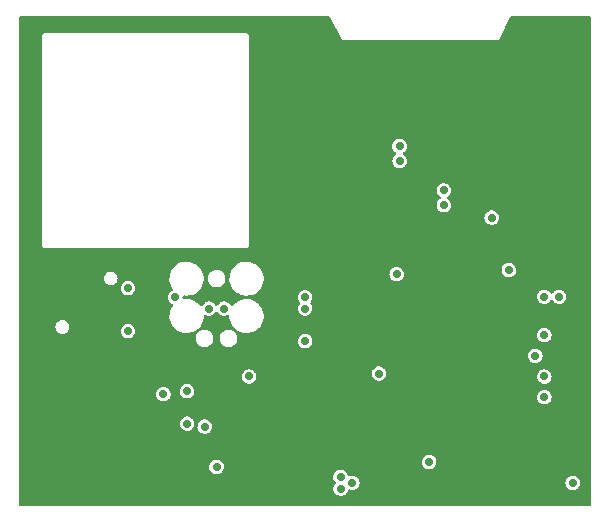
<source format=gbr>
%TF.GenerationSoftware,KiCad,Pcbnew,6.0.0*%
%TF.CreationDate,2022-06-11T19:07:51+02:00*%
%TF.ProjectId,cowdin-3c-esp-ui,636f7764-696e-42d3-9363-2d6573702d75,1*%
%TF.SameCoordinates,Original*%
%TF.FileFunction,Copper,L2,Inr*%
%TF.FilePolarity,Positive*%
%FSLAX46Y46*%
G04 Gerber Fmt 4.6, Leading zero omitted, Abs format (unit mm)*
G04 Created by KiCad (PCBNEW 6.0.0) date 2022-06-11 19:07:51*
%MOMM*%
%LPD*%
G01*
G04 APERTURE LIST*
%TA.AperFunction,ViaPad*%
%ADD10C,0.711200*%
%TD*%
%TA.AperFunction,Conductor*%
%ADD11C,0.406400*%
%TD*%
%TA.AperFunction,Conductor*%
%ADD12C,0.711200*%
%TD*%
G04 APERTURE END LIST*
D10*
%TO.N,+3.3V*%
X159000000Y-122000000D03*
X164300000Y-101300000D03*
X165750000Y-105750000D03*
X156250000Y-106100000D03*
X152500000Y-123750000D03*
X133500000Y-110900000D03*
X141000000Y-122400000D03*
X151500000Y-124250000D03*
X171150000Y-123750000D03*
X151500000Y-123250000D03*
%TO.N,GND*%
X124600000Y-117000000D03*
X166500000Y-125400000D03*
X162750000Y-97150000D03*
X152500000Y-125400000D03*
X144750000Y-120875000D03*
X167500000Y-85750000D03*
X168400000Y-90500000D03*
X124600000Y-103000000D03*
X140500000Y-125400000D03*
X148500000Y-84600000D03*
X172400000Y-87000000D03*
X168500000Y-125400000D03*
X160500000Y-86600000D03*
X157250000Y-116250000D03*
X172400000Y-121000000D03*
X124600000Y-115000000D03*
X136500000Y-125400000D03*
X126500000Y-84600000D03*
X124600000Y-99000000D03*
X128500000Y-125400000D03*
X162750000Y-120100000D03*
X136500000Y-84600000D03*
X172400000Y-99000000D03*
X161350000Y-110000000D03*
X150500000Y-98150000D03*
X158500000Y-125400000D03*
X172400000Y-91000000D03*
X143750000Y-116000000D03*
X172400000Y-93000000D03*
X162500000Y-125400000D03*
X172400000Y-107000000D03*
X144500000Y-125400000D03*
X156500000Y-125400000D03*
X172400000Y-109000000D03*
X124600000Y-95000000D03*
X142500000Y-84600000D03*
X152750000Y-111900000D03*
X172400000Y-97000000D03*
X159002566Y-118004033D03*
X152500000Y-86600000D03*
X148500000Y-125400000D03*
X132500000Y-125400000D03*
X124600000Y-89000000D03*
X150500000Y-125400000D03*
X138500000Y-125400000D03*
X135500000Y-122400000D03*
X138500000Y-112500000D03*
X168500000Y-84600000D03*
X146500000Y-125400000D03*
X156500000Y-86600000D03*
X167250000Y-100000000D03*
X170500000Y-125400000D03*
X146850000Y-95500000D03*
X172400000Y-113000000D03*
X130500000Y-125400000D03*
X153250000Y-120875000D03*
X144500000Y-84600000D03*
X145750000Y-113150000D03*
X138500000Y-84600000D03*
X147250000Y-124000000D03*
X124600000Y-87000000D03*
X124600000Y-113000000D03*
X172400000Y-123000000D03*
X124600000Y-107000000D03*
X141000000Y-112700000D03*
X172400000Y-105000000D03*
X160500000Y-125400000D03*
X124600000Y-121000000D03*
X124600000Y-119000000D03*
X172400000Y-95000000D03*
X153800000Y-107250000D03*
X146500000Y-84600000D03*
X124600000Y-97000000D03*
X124600000Y-91000000D03*
X138500000Y-117250000D03*
X172400000Y-125000000D03*
X130500000Y-84600000D03*
X164500000Y-125400000D03*
X145500000Y-85750000D03*
X124600000Y-125000000D03*
X140500000Y-84600000D03*
X172400000Y-115000000D03*
X163500000Y-90500000D03*
X124600000Y-109000000D03*
X164500000Y-86600000D03*
X172400000Y-117000000D03*
X124600000Y-111000000D03*
X170500000Y-84600000D03*
X154500000Y-125400000D03*
X162500000Y-86600000D03*
X124600000Y-93000000D03*
X150500000Y-85600000D03*
X124600000Y-105000000D03*
X165650000Y-85600000D03*
X134500000Y-125400000D03*
X167250000Y-105750000D03*
X166500000Y-84600000D03*
X154500000Y-86600000D03*
X172400000Y-85000000D03*
X161400000Y-95750000D03*
X148450000Y-90500000D03*
X158500000Y-86600000D03*
X145750000Y-119000000D03*
X172400000Y-111000000D03*
X124600000Y-85000000D03*
X124600000Y-123000000D03*
X172400000Y-119000000D03*
X124600000Y-101000000D03*
X126500000Y-125400000D03*
X172400000Y-103000000D03*
X139000000Y-122400000D03*
X170000000Y-121300000D03*
X171250000Y-85750000D03*
X132500000Y-84600000D03*
X166500000Y-110000000D03*
X142500000Y-125400000D03*
X128500000Y-84600000D03*
X134500000Y-84600000D03*
X144500000Y-87000000D03*
X172400000Y-89000000D03*
X152000000Y-98150000D03*
X133500000Y-116250000D03*
X172400000Y-101000000D03*
%TO.N,SW1*%
X136500000Y-116250000D03*
X143750000Y-114750000D03*
X138500000Y-118750000D03*
%TO.N,SW2*%
X168000000Y-113000000D03*
%TO.N,SW3*%
X168750000Y-114750000D03*
%TO.N,SW4*%
X168750000Y-111250000D03*
%TO.N,SW5*%
X168750000Y-116500000D03*
%TO.N,DISP_SCK*%
X160250000Y-99000000D03*
X156492500Y-95250000D03*
%TO.N,DISP_MOSI*%
X160250000Y-100250000D03*
X156500000Y-96500000D03*
%TO.N,Net-(D1-Pad3)*%
X141635000Y-109000000D03*
%TO.N,Net-(D1-Pad1)*%
X140365000Y-109000000D03*
%TO.N,Net-(TP1-Pad1)*%
X168750000Y-108000000D03*
%TO.N,RST*%
X140000000Y-119000000D03*
X154750000Y-114500000D03*
%TO.N,SWCLK*%
X148500000Y-109000000D03*
%TO.N,SWDAT*%
X148500000Y-108050000D03*
%TO.N,+VUSB*%
X137500000Y-108050000D03*
X138500000Y-116000000D03*
%TO.N,Net-(D2-Pad1)*%
X133500000Y-107250000D03*
%TO.N,Net-(TP2-Pad1)*%
X170000000Y-108000000D03*
%TO.N,LED1*%
X148500000Y-111750000D03*
%TD*%
D11*
%TO.N,GND*%
X139450000Y-112700000D02*
X139250000Y-112500000D01*
D12*
X163500000Y-96400000D02*
X162750000Y-97150000D01*
X167250000Y-105750000D02*
X169600000Y-105750000D01*
X164350000Y-98750000D02*
X162750000Y-97150000D01*
D11*
X153250000Y-120875000D02*
X158225000Y-120875000D01*
D12*
X168400000Y-90500000D02*
X163500000Y-90500000D01*
D11*
X159002566Y-120097434D02*
X162747434Y-120097434D01*
D12*
X146850000Y-92100000D02*
X148450000Y-90500000D01*
D11*
X152875000Y-120500000D02*
X153250000Y-120875000D01*
X170000000Y-121300000D02*
X163950000Y-121300000D01*
X139250000Y-112500000D02*
X138500000Y-112500000D01*
X162747434Y-120097434D02*
X162750000Y-120100000D01*
X147250000Y-120500000D02*
X145750000Y-119000000D01*
D12*
X150500000Y-98150000D02*
X148350000Y-98150000D01*
D11*
X147250000Y-120500000D02*
X152875000Y-120500000D01*
D12*
X146850000Y-96650000D02*
X146850000Y-95500000D01*
X167250000Y-105750000D02*
X167250000Y-109250000D01*
X170850000Y-107000000D02*
X172400000Y-107000000D01*
D11*
X158225000Y-120875000D02*
X159002566Y-120097434D01*
D12*
X167250000Y-109250000D02*
X166500000Y-110000000D01*
X163500000Y-90500000D02*
X163500000Y-96400000D01*
X167250000Y-100000000D02*
X166000000Y-98750000D01*
D11*
X161350000Y-110000000D02*
X161350000Y-112150000D01*
X171250000Y-121300000D02*
X170000000Y-121300000D01*
D12*
X152000000Y-98150000D02*
X150500000Y-98150000D01*
X167250000Y-100000000D02*
X167250000Y-105750000D01*
X169600000Y-105750000D02*
X170850000Y-107000000D01*
D11*
X147250000Y-124000000D02*
X147250000Y-120500000D01*
X161350000Y-112150000D02*
X157250000Y-116250000D01*
X163950000Y-121300000D02*
X162750000Y-120100000D01*
D12*
X146850000Y-95500000D02*
X146850000Y-92100000D01*
D11*
X159002566Y-118004033D02*
X159002566Y-118002566D01*
X171550000Y-121000000D02*
X171250000Y-121300000D01*
X141000000Y-112700000D02*
X139450000Y-112700000D01*
D12*
X163500000Y-90500000D02*
X148450000Y-90500000D01*
X148350000Y-98150000D02*
X146850000Y-96650000D01*
D11*
X159002566Y-118002566D02*
X157250000Y-116250000D01*
X159002566Y-120097434D02*
X159002566Y-118004033D01*
X172400000Y-121000000D02*
X171550000Y-121000000D01*
D12*
X166000000Y-98750000D02*
X164350000Y-98750000D01*
X166500000Y-110000000D02*
X161350000Y-110000000D01*
%TD*%
%TA.AperFunction,Conductor*%
%TO.N,GND*%
G36*
X150583268Y-84274002D02*
G01*
X150627845Y-84323651D01*
X151500670Y-86069301D01*
X151504381Y-86077433D01*
X151508316Y-86086932D01*
X151510737Y-86099106D01*
X151525549Y-86121273D01*
X151527855Y-86125240D01*
X151527935Y-86125189D01*
X151531235Y-86130431D01*
X151534003Y-86135968D01*
X151541074Y-86145079D01*
X151546296Y-86152325D01*
X151559982Y-86172807D01*
X151566876Y-86183124D01*
X151574612Y-86188293D01*
X151580318Y-86195645D01*
X151591098Y-86201790D01*
X151591100Y-86201792D01*
X151612515Y-86214000D01*
X151620102Y-86218688D01*
X151650894Y-86239263D01*
X151660019Y-86241078D01*
X151668104Y-86245687D01*
X151702082Y-86249970D01*
X151704860Y-86250320D01*
X151713687Y-86251753D01*
X151716396Y-86252292D01*
X151724983Y-86254000D01*
X151731176Y-86254000D01*
X151737336Y-86254607D01*
X151737327Y-86254702D01*
X151741896Y-86254989D01*
X151768359Y-86258325D01*
X151780330Y-86255047D01*
X151790595Y-86254317D01*
X151799529Y-86254000D01*
X164700471Y-86254000D01*
X164709405Y-86254317D01*
X164719670Y-86255047D01*
X164731641Y-86258325D01*
X164743953Y-86256773D01*
X164758105Y-86254989D01*
X164762673Y-86254702D01*
X164762664Y-86254607D01*
X164768824Y-86254000D01*
X164775017Y-86254000D01*
X164783604Y-86252292D01*
X164786313Y-86251753D01*
X164795140Y-86250320D01*
X164797918Y-86249970D01*
X164831896Y-86245687D01*
X164839981Y-86241078D01*
X164849106Y-86239263D01*
X164879898Y-86218688D01*
X164887485Y-86214000D01*
X164908900Y-86201792D01*
X164908902Y-86201790D01*
X164919682Y-86195645D01*
X164925388Y-86188293D01*
X164933124Y-86183124D01*
X164940018Y-86172807D01*
X164953704Y-86152325D01*
X164958926Y-86145079D01*
X164965997Y-86135968D01*
X164968765Y-86130431D01*
X164972065Y-86125189D01*
X164972145Y-86125240D01*
X164974451Y-86121273D01*
X164989263Y-86099106D01*
X164991684Y-86086932D01*
X164995619Y-86077433D01*
X164999330Y-86069301D01*
X165872155Y-84323651D01*
X165920510Y-84271667D01*
X165984853Y-84254000D01*
X172620000Y-84254000D01*
X172688121Y-84274002D01*
X172734614Y-84327658D01*
X172746000Y-84380000D01*
X172746000Y-125620000D01*
X172725998Y-125688121D01*
X172672342Y-125734614D01*
X172620000Y-125746000D01*
X124380000Y-125746000D01*
X124311879Y-125725998D01*
X124265386Y-125672342D01*
X124254000Y-125620000D01*
X124254000Y-124243564D01*
X150885453Y-124243564D01*
X150901657Y-124390340D01*
X150952404Y-124529014D01*
X150956640Y-124535317D01*
X150956640Y-124535318D01*
X150968019Y-124552251D01*
X151034765Y-124651580D01*
X151143985Y-124750962D01*
X151273758Y-124821423D01*
X151416592Y-124858895D01*
X151493379Y-124860101D01*
X151556643Y-124861095D01*
X151556646Y-124861095D01*
X151564241Y-124861214D01*
X151616036Y-124849351D01*
X151700779Y-124829943D01*
X151700783Y-124829942D01*
X151708182Y-124828247D01*
X151728954Y-124817800D01*
X151833321Y-124765310D01*
X151833324Y-124765308D01*
X151840104Y-124761898D01*
X151952391Y-124665995D01*
X152038561Y-124546077D01*
X152093640Y-124409065D01*
X152094711Y-124401540D01*
X152094928Y-124400730D01*
X152131880Y-124340107D01*
X152195740Y-124309086D01*
X152263022Y-124316190D01*
X152267078Y-124317796D01*
X152273758Y-124321423D01*
X152416592Y-124358895D01*
X152493379Y-124360101D01*
X152556643Y-124361095D01*
X152556646Y-124361095D01*
X152564241Y-124361214D01*
X152616036Y-124349351D01*
X152700779Y-124329943D01*
X152700783Y-124329942D01*
X152708182Y-124328247D01*
X152746280Y-124309086D01*
X152833321Y-124265310D01*
X152833324Y-124265308D01*
X152840104Y-124261898D01*
X152952391Y-124165995D01*
X153038561Y-124046077D01*
X153093640Y-123909065D01*
X153110868Y-123788010D01*
X153113865Y-123766955D01*
X153113865Y-123766952D01*
X153114446Y-123762871D01*
X153114581Y-123750000D01*
X153113802Y-123743564D01*
X170535453Y-123743564D01*
X170551657Y-123890340D01*
X170602404Y-124029014D01*
X170606640Y-124035317D01*
X170606640Y-124035318D01*
X170618019Y-124052251D01*
X170684765Y-124151580D01*
X170793985Y-124250962D01*
X170923758Y-124321423D01*
X171066592Y-124358895D01*
X171143379Y-124360101D01*
X171206643Y-124361095D01*
X171206646Y-124361095D01*
X171214241Y-124361214D01*
X171266036Y-124349351D01*
X171350779Y-124329943D01*
X171350783Y-124329942D01*
X171358182Y-124328247D01*
X171396280Y-124309086D01*
X171483321Y-124265310D01*
X171483324Y-124265308D01*
X171490104Y-124261898D01*
X171602391Y-124165995D01*
X171688561Y-124046077D01*
X171743640Y-123909065D01*
X171760868Y-123788010D01*
X171763865Y-123766955D01*
X171763865Y-123766952D01*
X171764446Y-123762871D01*
X171764581Y-123750000D01*
X171746841Y-123603402D01*
X171694644Y-123465267D01*
X171611004Y-123343570D01*
X171500750Y-123245337D01*
X171493866Y-123241692D01*
X171376957Y-123179792D01*
X171376955Y-123179791D01*
X171370246Y-123176239D01*
X171323340Y-123164457D01*
X171234398Y-123142116D01*
X171234394Y-123142116D01*
X171227027Y-123140265D01*
X171219428Y-123140225D01*
X171219426Y-123140225D01*
X171157798Y-123139903D01*
X171079362Y-123139492D01*
X171071982Y-123141264D01*
X171071980Y-123141264D01*
X170943153Y-123172192D01*
X170943149Y-123172193D01*
X170935774Y-123173964D01*
X170804554Y-123241692D01*
X170693277Y-123338765D01*
X170608368Y-123459579D01*
X170605609Y-123466654D01*
X170605608Y-123466657D01*
X170584078Y-123521880D01*
X170554727Y-123597160D01*
X170553735Y-123604693D01*
X170553735Y-123604694D01*
X170538479Y-123720582D01*
X170535453Y-123743564D01*
X153113802Y-123743564D01*
X153096841Y-123603402D01*
X153044644Y-123465267D01*
X152961004Y-123343570D01*
X152850750Y-123245337D01*
X152843866Y-123241692D01*
X152726957Y-123179792D01*
X152726955Y-123179791D01*
X152720246Y-123176239D01*
X152673340Y-123164457D01*
X152584398Y-123142116D01*
X152584394Y-123142116D01*
X152577027Y-123140265D01*
X152569428Y-123140225D01*
X152569426Y-123140225D01*
X152507798Y-123139903D01*
X152429362Y-123139492D01*
X152421982Y-123141264D01*
X152421980Y-123141264D01*
X152293153Y-123172192D01*
X152293149Y-123172193D01*
X152285774Y-123173964D01*
X152279032Y-123177444D01*
X152279026Y-123177446D01*
X152274673Y-123179693D01*
X152204965Y-123193162D01*
X152139042Y-123166806D01*
X152097833Y-123108993D01*
X152097299Y-123107185D01*
X152096841Y-123103402D01*
X152094157Y-123096299D01*
X152094156Y-123096295D01*
X152047328Y-122972370D01*
X152044644Y-122965267D01*
X152004576Y-122906967D01*
X151965306Y-122849829D01*
X151965305Y-122849827D01*
X151961004Y-122843570D01*
X151935594Y-122820930D01*
X151856421Y-122750390D01*
X151850750Y-122745337D01*
X151843866Y-122741692D01*
X151726957Y-122679792D01*
X151726955Y-122679791D01*
X151720246Y-122676239D01*
X151673340Y-122664457D01*
X151584398Y-122642116D01*
X151584394Y-122642116D01*
X151577027Y-122640265D01*
X151569428Y-122640225D01*
X151569426Y-122640225D01*
X151507798Y-122639903D01*
X151429362Y-122639492D01*
X151421982Y-122641264D01*
X151421980Y-122641264D01*
X151293153Y-122672192D01*
X151293149Y-122672193D01*
X151285774Y-122673964D01*
X151154554Y-122741692D01*
X151148832Y-122746684D01*
X151148830Y-122746685D01*
X151085903Y-122801580D01*
X151043277Y-122838765D01*
X150958368Y-122959579D01*
X150955609Y-122966654D01*
X150955608Y-122966657D01*
X150938283Y-123011095D01*
X150904727Y-123097160D01*
X150903735Y-123104693D01*
X150903735Y-123104694D01*
X150893849Y-123179792D01*
X150885453Y-123243564D01*
X150901657Y-123390340D01*
X150952404Y-123529014D01*
X151034765Y-123651580D01*
X151040384Y-123656693D01*
X151045346Y-123662441D01*
X151044292Y-123663351D01*
X151076976Y-123717034D01*
X151075251Y-123788010D01*
X151048920Y-123833842D01*
X151043277Y-123838765D01*
X150958368Y-123959579D01*
X150955609Y-123966654D01*
X150955608Y-123966657D01*
X150924644Y-124046077D01*
X150904727Y-124097160D01*
X150903735Y-124104693D01*
X150903735Y-124104694D01*
X150888422Y-124221015D01*
X150885453Y-124243564D01*
X124254000Y-124243564D01*
X124254000Y-122393564D01*
X140385453Y-122393564D01*
X140401657Y-122540340D01*
X140404267Y-122547472D01*
X140438590Y-122641264D01*
X140452404Y-122679014D01*
X140456640Y-122685317D01*
X140456640Y-122685318D01*
X140468019Y-122702251D01*
X140534765Y-122801580D01*
X140540384Y-122806693D01*
X140540385Y-122806694D01*
X140587790Y-122849829D01*
X140643985Y-122900962D01*
X140773758Y-122971423D01*
X140916592Y-123008895D01*
X140993379Y-123010101D01*
X141056643Y-123011095D01*
X141056646Y-123011095D01*
X141064241Y-123011214D01*
X141116036Y-122999351D01*
X141200779Y-122979943D01*
X141200783Y-122979942D01*
X141208182Y-122978247D01*
X141228954Y-122967800D01*
X141333321Y-122915310D01*
X141333324Y-122915308D01*
X141340104Y-122911898D01*
X141452391Y-122815995D01*
X141538561Y-122696077D01*
X141573358Y-122609518D01*
X141590805Y-122566118D01*
X141590806Y-122566116D01*
X141593640Y-122559065D01*
X141614446Y-122412871D01*
X141614581Y-122400000D01*
X141596841Y-122253402D01*
X141544644Y-122115267D01*
X141466189Y-122001114D01*
X141465306Y-121999829D01*
X141465305Y-121999827D01*
X141461004Y-121993570D01*
X141460997Y-121993564D01*
X158385453Y-121993564D01*
X158401657Y-122140340D01*
X158404267Y-122147472D01*
X158445791Y-122260942D01*
X158452404Y-122279014D01*
X158456640Y-122285317D01*
X158456640Y-122285318D01*
X158468019Y-122302251D01*
X158534765Y-122401580D01*
X158540384Y-122406693D01*
X158540385Y-122406694D01*
X158550607Y-122415995D01*
X158643985Y-122500962D01*
X158773758Y-122571423D01*
X158916592Y-122608895D01*
X158993379Y-122610101D01*
X159056643Y-122611095D01*
X159056646Y-122611095D01*
X159064241Y-122611214D01*
X159116036Y-122599351D01*
X159200779Y-122579943D01*
X159200783Y-122579942D01*
X159208182Y-122578247D01*
X159261286Y-122551539D01*
X159333321Y-122515310D01*
X159333324Y-122515308D01*
X159340104Y-122511898D01*
X159452391Y-122415995D01*
X159538561Y-122296077D01*
X159593640Y-122159065D01*
X159614446Y-122012871D01*
X159614581Y-122000000D01*
X159613222Y-121988765D01*
X159602527Y-121900390D01*
X159596841Y-121853402D01*
X159544644Y-121715267D01*
X159461004Y-121593570D01*
X159350750Y-121495337D01*
X159343866Y-121491692D01*
X159226957Y-121429792D01*
X159226955Y-121429791D01*
X159220246Y-121426239D01*
X159173340Y-121414457D01*
X159084398Y-121392116D01*
X159084394Y-121392116D01*
X159077027Y-121390265D01*
X159069428Y-121390225D01*
X159069426Y-121390225D01*
X159007798Y-121389903D01*
X158929362Y-121389492D01*
X158921982Y-121391264D01*
X158921980Y-121391264D01*
X158793153Y-121422192D01*
X158793149Y-121422193D01*
X158785774Y-121423964D01*
X158654554Y-121491692D01*
X158543277Y-121588765D01*
X158458368Y-121709579D01*
X158455609Y-121716654D01*
X158455608Y-121716657D01*
X158411499Y-121829792D01*
X158404727Y-121847160D01*
X158403735Y-121854693D01*
X158403735Y-121854694D01*
X158386743Y-121983769D01*
X158385453Y-121993564D01*
X141460997Y-121993564D01*
X141350750Y-121895337D01*
X141343866Y-121891692D01*
X141226957Y-121829792D01*
X141226955Y-121829791D01*
X141220246Y-121826239D01*
X141173340Y-121814457D01*
X141084398Y-121792116D01*
X141084394Y-121792116D01*
X141077027Y-121790265D01*
X141069428Y-121790225D01*
X141069426Y-121790225D01*
X141007798Y-121789903D01*
X140929362Y-121789492D01*
X140921982Y-121791264D01*
X140921980Y-121791264D01*
X140793153Y-121822192D01*
X140793149Y-121822193D01*
X140785774Y-121823964D01*
X140654554Y-121891692D01*
X140543277Y-121988765D01*
X140458368Y-122109579D01*
X140455609Y-122116654D01*
X140455608Y-122116657D01*
X140446375Y-122140340D01*
X140404727Y-122247160D01*
X140403735Y-122254693D01*
X140403735Y-122254694D01*
X140399216Y-122289024D01*
X140385453Y-122393564D01*
X124254000Y-122393564D01*
X124254000Y-118743564D01*
X137885453Y-118743564D01*
X137901657Y-118890340D01*
X137904267Y-118897472D01*
X137946497Y-119012871D01*
X137952404Y-119029014D01*
X137956640Y-119035317D01*
X137956640Y-119035318D01*
X137968019Y-119052251D01*
X138034765Y-119151580D01*
X138143985Y-119250962D01*
X138273758Y-119321423D01*
X138416592Y-119358895D01*
X138493379Y-119360101D01*
X138556643Y-119361095D01*
X138556646Y-119361095D01*
X138564241Y-119361214D01*
X138616036Y-119349351D01*
X138700779Y-119329943D01*
X138700783Y-119329942D01*
X138708182Y-119328247D01*
X138772146Y-119296077D01*
X138833321Y-119265310D01*
X138833324Y-119265308D01*
X138840104Y-119261898D01*
X138952391Y-119165995D01*
X139038561Y-119046077D01*
X139059671Y-118993564D01*
X139385453Y-118993564D01*
X139401657Y-119140340D01*
X139404267Y-119147472D01*
X139442139Y-119250962D01*
X139452404Y-119279014D01*
X139456640Y-119285317D01*
X139456640Y-119285318D01*
X139468019Y-119302251D01*
X139534765Y-119401580D01*
X139643985Y-119500962D01*
X139773758Y-119571423D01*
X139916592Y-119608895D01*
X139993379Y-119610101D01*
X140056643Y-119611095D01*
X140056646Y-119611095D01*
X140064241Y-119611214D01*
X140116036Y-119599351D01*
X140200779Y-119579943D01*
X140200783Y-119579942D01*
X140208182Y-119578247D01*
X140228954Y-119567800D01*
X140333321Y-119515310D01*
X140333324Y-119515308D01*
X140340104Y-119511898D01*
X140452391Y-119415995D01*
X140538561Y-119296077D01*
X140566101Y-119227571D01*
X140590805Y-119166118D01*
X140590806Y-119166116D01*
X140593640Y-119159065D01*
X140610724Y-119039024D01*
X140613865Y-119016955D01*
X140613865Y-119016952D01*
X140614446Y-119012871D01*
X140614581Y-119000000D01*
X140596841Y-118853402D01*
X140544644Y-118715267D01*
X140536463Y-118703363D01*
X140465306Y-118599829D01*
X140465305Y-118599827D01*
X140461004Y-118593570D01*
X140350750Y-118495337D01*
X140343866Y-118491692D01*
X140226957Y-118429792D01*
X140226955Y-118429791D01*
X140220246Y-118426239D01*
X140173340Y-118414457D01*
X140084398Y-118392116D01*
X140084394Y-118392116D01*
X140077027Y-118390265D01*
X140069428Y-118390225D01*
X140069426Y-118390225D01*
X140007798Y-118389903D01*
X139929362Y-118389492D01*
X139921982Y-118391264D01*
X139921980Y-118391264D01*
X139793153Y-118422192D01*
X139793149Y-118422193D01*
X139785774Y-118423964D01*
X139779029Y-118427445D01*
X139779030Y-118427445D01*
X139691990Y-118472370D01*
X139654554Y-118491692D01*
X139543277Y-118588765D01*
X139458368Y-118709579D01*
X139455609Y-118716654D01*
X139455608Y-118716657D01*
X139435998Y-118766955D01*
X139404727Y-118847160D01*
X139403735Y-118854693D01*
X139403735Y-118854694D01*
X139395649Y-118916118D01*
X139385453Y-118993564D01*
X139059671Y-118993564D01*
X139093640Y-118909065D01*
X139114446Y-118762871D01*
X139114581Y-118750000D01*
X139096841Y-118603402D01*
X139044644Y-118465267D01*
X138992593Y-118389532D01*
X138965306Y-118349829D01*
X138965305Y-118349827D01*
X138961004Y-118343570D01*
X138850750Y-118245337D01*
X138843866Y-118241692D01*
X138726957Y-118179792D01*
X138726955Y-118179791D01*
X138720246Y-118176239D01*
X138673340Y-118164457D01*
X138584398Y-118142116D01*
X138584394Y-118142116D01*
X138577027Y-118140265D01*
X138569428Y-118140225D01*
X138569426Y-118140225D01*
X138507798Y-118139903D01*
X138429362Y-118139492D01*
X138421982Y-118141264D01*
X138421980Y-118141264D01*
X138293153Y-118172192D01*
X138293149Y-118172193D01*
X138285774Y-118173964D01*
X138154554Y-118241692D01*
X138043277Y-118338765D01*
X137958368Y-118459579D01*
X137955609Y-118466654D01*
X137955608Y-118466657D01*
X137908097Y-118588517D01*
X137904727Y-118597160D01*
X137903735Y-118604693D01*
X137903735Y-118604694D01*
X137902913Y-118610942D01*
X137885453Y-118743564D01*
X124254000Y-118743564D01*
X124254000Y-116243564D01*
X135885453Y-116243564D01*
X135901657Y-116390340D01*
X135904267Y-116397472D01*
X135946497Y-116512871D01*
X135952404Y-116529014D01*
X135956640Y-116535317D01*
X135956640Y-116535318D01*
X135968019Y-116552251D01*
X136034765Y-116651580D01*
X136143985Y-116750962D01*
X136273758Y-116821423D01*
X136416592Y-116858895D01*
X136493379Y-116860101D01*
X136556643Y-116861095D01*
X136556646Y-116861095D01*
X136564241Y-116861214D01*
X136616036Y-116849351D01*
X136700779Y-116829943D01*
X136700783Y-116829942D01*
X136708182Y-116828247D01*
X136772146Y-116796077D01*
X136833321Y-116765310D01*
X136833324Y-116765308D01*
X136840104Y-116761898D01*
X136952391Y-116665995D01*
X137038561Y-116546077D01*
X137066101Y-116477571D01*
X137090805Y-116416118D01*
X137090806Y-116416116D01*
X137093640Y-116409065D01*
X137110724Y-116289024D01*
X137113865Y-116266955D01*
X137113865Y-116266952D01*
X137114446Y-116262871D01*
X137114581Y-116250000D01*
X137096841Y-116103402D01*
X137055337Y-115993564D01*
X137885453Y-115993564D01*
X137901657Y-116140340D01*
X137904267Y-116147472D01*
X137946497Y-116262871D01*
X137952404Y-116279014D01*
X137956640Y-116285317D01*
X137956640Y-116285318D01*
X137968019Y-116302251D01*
X138034765Y-116401580D01*
X138143985Y-116500962D01*
X138273758Y-116571423D01*
X138416592Y-116608895D01*
X138493379Y-116610101D01*
X138556643Y-116611095D01*
X138556646Y-116611095D01*
X138564241Y-116611214D01*
X138616036Y-116599351D01*
X138700779Y-116579943D01*
X138700783Y-116579942D01*
X138708182Y-116578247D01*
X138772146Y-116546077D01*
X138833321Y-116515310D01*
X138833324Y-116515308D01*
X138840104Y-116511898D01*
X138861570Y-116493564D01*
X168135453Y-116493564D01*
X168151657Y-116640340D01*
X168154267Y-116647472D01*
X168192139Y-116750962D01*
X168202404Y-116779014D01*
X168206640Y-116785317D01*
X168206640Y-116785318D01*
X168218019Y-116802251D01*
X168284765Y-116901580D01*
X168393985Y-117000962D01*
X168523758Y-117071423D01*
X168666592Y-117108895D01*
X168743379Y-117110101D01*
X168806643Y-117111095D01*
X168806646Y-117111095D01*
X168814241Y-117111214D01*
X168866036Y-117099351D01*
X168950779Y-117079943D01*
X168950783Y-117079942D01*
X168958182Y-117078247D01*
X168978954Y-117067800D01*
X169083321Y-117015310D01*
X169083324Y-117015308D01*
X169090104Y-117011898D01*
X169202391Y-116915995D01*
X169288561Y-116796077D01*
X169316101Y-116727571D01*
X169340805Y-116666118D01*
X169340806Y-116666116D01*
X169343640Y-116659065D01*
X169351054Y-116606967D01*
X169363865Y-116516955D01*
X169363865Y-116516952D01*
X169364446Y-116512871D01*
X169364581Y-116500000D01*
X169346841Y-116353402D01*
X169294644Y-116215267D01*
X169260865Y-116166118D01*
X169215306Y-116099829D01*
X169215305Y-116099827D01*
X169211004Y-116093570D01*
X169100750Y-115995337D01*
X169093866Y-115991692D01*
X168976957Y-115929792D01*
X168976955Y-115929791D01*
X168970246Y-115926239D01*
X168923340Y-115914457D01*
X168834398Y-115892116D01*
X168834394Y-115892116D01*
X168827027Y-115890265D01*
X168819428Y-115890225D01*
X168819426Y-115890225D01*
X168757798Y-115889903D01*
X168679362Y-115889492D01*
X168671982Y-115891264D01*
X168671980Y-115891264D01*
X168543153Y-115922192D01*
X168543149Y-115922193D01*
X168535774Y-115923964D01*
X168529029Y-115927445D01*
X168529030Y-115927445D01*
X168441990Y-115972370D01*
X168404554Y-115991692D01*
X168398832Y-115996684D01*
X168398830Y-115996685D01*
X168380276Y-116012871D01*
X168293277Y-116088765D01*
X168208368Y-116209579D01*
X168205609Y-116216654D01*
X168205608Y-116216657D01*
X168174644Y-116296077D01*
X168154727Y-116347160D01*
X168153735Y-116354693D01*
X168153735Y-116354694D01*
X168145649Y-116416118D01*
X168135453Y-116493564D01*
X138861570Y-116493564D01*
X138952391Y-116415995D01*
X139038561Y-116296077D01*
X139073333Y-116209579D01*
X139090805Y-116166118D01*
X139090806Y-116166116D01*
X139093640Y-116159065D01*
X139114446Y-116012871D01*
X139114581Y-116000000D01*
X139096841Y-115853402D01*
X139044644Y-115715267D01*
X138992593Y-115639532D01*
X138965306Y-115599829D01*
X138965305Y-115599827D01*
X138961004Y-115593570D01*
X138850750Y-115495337D01*
X138843866Y-115491692D01*
X138726957Y-115429792D01*
X138726955Y-115429791D01*
X138720246Y-115426239D01*
X138673340Y-115414457D01*
X138584398Y-115392116D01*
X138584394Y-115392116D01*
X138577027Y-115390265D01*
X138569428Y-115390225D01*
X138569426Y-115390225D01*
X138507798Y-115389903D01*
X138429362Y-115389492D01*
X138421982Y-115391264D01*
X138421980Y-115391264D01*
X138293153Y-115422192D01*
X138293149Y-115422193D01*
X138285774Y-115423964D01*
X138154554Y-115491692D01*
X138043277Y-115588765D01*
X137958368Y-115709579D01*
X137955609Y-115716654D01*
X137955608Y-115716657D01*
X137908097Y-115838517D01*
X137904727Y-115847160D01*
X137903735Y-115854693D01*
X137903735Y-115854694D01*
X137893849Y-115929792D01*
X137885453Y-115993564D01*
X137055337Y-115993564D01*
X137044644Y-115965267D01*
X136992593Y-115889532D01*
X136965306Y-115849829D01*
X136965305Y-115849827D01*
X136961004Y-115843570D01*
X136850750Y-115745337D01*
X136843866Y-115741692D01*
X136726957Y-115679792D01*
X136726955Y-115679791D01*
X136720246Y-115676239D01*
X136673340Y-115664457D01*
X136584398Y-115642116D01*
X136584394Y-115642116D01*
X136577027Y-115640265D01*
X136569428Y-115640225D01*
X136569426Y-115640225D01*
X136507798Y-115639903D01*
X136429362Y-115639492D01*
X136421982Y-115641264D01*
X136421980Y-115641264D01*
X136293153Y-115672192D01*
X136293149Y-115672193D01*
X136285774Y-115673964D01*
X136279029Y-115677445D01*
X136279030Y-115677445D01*
X136191990Y-115722370D01*
X136154554Y-115741692D01*
X136043277Y-115838765D01*
X135958368Y-115959579D01*
X135955609Y-115966654D01*
X135955608Y-115966657D01*
X135908097Y-116088517D01*
X135904727Y-116097160D01*
X135903735Y-116104693D01*
X135903735Y-116104694D01*
X135895649Y-116166118D01*
X135885453Y-116243564D01*
X124254000Y-116243564D01*
X124254000Y-114743564D01*
X143135453Y-114743564D01*
X143151657Y-114890340D01*
X143154267Y-114897472D01*
X143192139Y-115000962D01*
X143202404Y-115029014D01*
X143206640Y-115035317D01*
X143206640Y-115035318D01*
X143218019Y-115052251D01*
X143284765Y-115151580D01*
X143393985Y-115250962D01*
X143523758Y-115321423D01*
X143666592Y-115358895D01*
X143743379Y-115360101D01*
X143806643Y-115361095D01*
X143806646Y-115361095D01*
X143814241Y-115361214D01*
X143866036Y-115349351D01*
X143950779Y-115329943D01*
X143950783Y-115329942D01*
X143958182Y-115328247D01*
X143978954Y-115317800D01*
X144083321Y-115265310D01*
X144083324Y-115265308D01*
X144090104Y-115261898D01*
X144202391Y-115165995D01*
X144288561Y-115046077D01*
X144316101Y-114977571D01*
X144340805Y-114916118D01*
X144340806Y-114916116D01*
X144343640Y-114909065D01*
X144360724Y-114789024D01*
X144363865Y-114766955D01*
X144363865Y-114766952D01*
X144364446Y-114762871D01*
X144364581Y-114750000D01*
X144346841Y-114603402D01*
X144305337Y-114493564D01*
X154135453Y-114493564D01*
X154151657Y-114640340D01*
X154154267Y-114647472D01*
X154196497Y-114762871D01*
X154202404Y-114779014D01*
X154206640Y-114785317D01*
X154206640Y-114785318D01*
X154218019Y-114802251D01*
X154284765Y-114901580D01*
X154393985Y-115000962D01*
X154523758Y-115071423D01*
X154666592Y-115108895D01*
X154743379Y-115110101D01*
X154806643Y-115111095D01*
X154806646Y-115111095D01*
X154814241Y-115111214D01*
X154866036Y-115099351D01*
X154950779Y-115079943D01*
X154950783Y-115079942D01*
X154958182Y-115078247D01*
X155022146Y-115046077D01*
X155083321Y-115015310D01*
X155083324Y-115015308D01*
X155090104Y-115011898D01*
X155202391Y-114915995D01*
X155288561Y-114796077D01*
X155309671Y-114743564D01*
X168135453Y-114743564D01*
X168151657Y-114890340D01*
X168154267Y-114897472D01*
X168192139Y-115000962D01*
X168202404Y-115029014D01*
X168206640Y-115035317D01*
X168206640Y-115035318D01*
X168218019Y-115052251D01*
X168284765Y-115151580D01*
X168393985Y-115250962D01*
X168523758Y-115321423D01*
X168666592Y-115358895D01*
X168743379Y-115360101D01*
X168806643Y-115361095D01*
X168806646Y-115361095D01*
X168814241Y-115361214D01*
X168866036Y-115349351D01*
X168950779Y-115329943D01*
X168950783Y-115329942D01*
X168958182Y-115328247D01*
X168978954Y-115317800D01*
X169083321Y-115265310D01*
X169083324Y-115265308D01*
X169090104Y-115261898D01*
X169202391Y-115165995D01*
X169288561Y-115046077D01*
X169316101Y-114977571D01*
X169340805Y-114916118D01*
X169340806Y-114916116D01*
X169343640Y-114909065D01*
X169360724Y-114789024D01*
X169363865Y-114766955D01*
X169363865Y-114766952D01*
X169364446Y-114762871D01*
X169364581Y-114750000D01*
X169346841Y-114603402D01*
X169294644Y-114465267D01*
X169286463Y-114453363D01*
X169215306Y-114349829D01*
X169215305Y-114349827D01*
X169211004Y-114343570D01*
X169100750Y-114245337D01*
X169093866Y-114241692D01*
X168976957Y-114179792D01*
X168976955Y-114179791D01*
X168970246Y-114176239D01*
X168923340Y-114164457D01*
X168834398Y-114142116D01*
X168834394Y-114142116D01*
X168827027Y-114140265D01*
X168819428Y-114140225D01*
X168819426Y-114140225D01*
X168757798Y-114139903D01*
X168679362Y-114139492D01*
X168671982Y-114141264D01*
X168671980Y-114141264D01*
X168543153Y-114172192D01*
X168543149Y-114172193D01*
X168535774Y-114173964D01*
X168529029Y-114177445D01*
X168529030Y-114177445D01*
X168441990Y-114222370D01*
X168404554Y-114241692D01*
X168293277Y-114338765D01*
X168208368Y-114459579D01*
X168205609Y-114466654D01*
X168205608Y-114466657D01*
X168185998Y-114516955D01*
X168154727Y-114597160D01*
X168153735Y-114604693D01*
X168153735Y-114604694D01*
X168145649Y-114666118D01*
X168135453Y-114743564D01*
X155309671Y-114743564D01*
X155343640Y-114659065D01*
X155364446Y-114512871D01*
X155364581Y-114500000D01*
X155346841Y-114353402D01*
X155294644Y-114215267D01*
X155242593Y-114139532D01*
X155215306Y-114099829D01*
X155215305Y-114099827D01*
X155211004Y-114093570D01*
X155100750Y-113995337D01*
X155093866Y-113991692D01*
X154976957Y-113929792D01*
X154976955Y-113929791D01*
X154970246Y-113926239D01*
X154923340Y-113914457D01*
X154834398Y-113892116D01*
X154834394Y-113892116D01*
X154827027Y-113890265D01*
X154819428Y-113890225D01*
X154819426Y-113890225D01*
X154757798Y-113889903D01*
X154679362Y-113889492D01*
X154671982Y-113891264D01*
X154671980Y-113891264D01*
X154543153Y-113922192D01*
X154543149Y-113922193D01*
X154535774Y-113923964D01*
X154404554Y-113991692D01*
X154293277Y-114088765D01*
X154208368Y-114209579D01*
X154205609Y-114216654D01*
X154205608Y-114216657D01*
X154158097Y-114338517D01*
X154154727Y-114347160D01*
X154153735Y-114354693D01*
X154153735Y-114354694D01*
X154152913Y-114360942D01*
X154135453Y-114493564D01*
X144305337Y-114493564D01*
X144294644Y-114465267D01*
X144286463Y-114453363D01*
X144215306Y-114349829D01*
X144215305Y-114349827D01*
X144211004Y-114343570D01*
X144100750Y-114245337D01*
X144093866Y-114241692D01*
X143976957Y-114179792D01*
X143976955Y-114179791D01*
X143970246Y-114176239D01*
X143923340Y-114164457D01*
X143834398Y-114142116D01*
X143834394Y-114142116D01*
X143827027Y-114140265D01*
X143819428Y-114140225D01*
X143819426Y-114140225D01*
X143757798Y-114139903D01*
X143679362Y-114139492D01*
X143671982Y-114141264D01*
X143671980Y-114141264D01*
X143543153Y-114172192D01*
X143543149Y-114172193D01*
X143535774Y-114173964D01*
X143529029Y-114177445D01*
X143529030Y-114177445D01*
X143441990Y-114222370D01*
X143404554Y-114241692D01*
X143293277Y-114338765D01*
X143208368Y-114459579D01*
X143205609Y-114466654D01*
X143205608Y-114466657D01*
X143185998Y-114516955D01*
X143154727Y-114597160D01*
X143153735Y-114604693D01*
X143153735Y-114604694D01*
X143145649Y-114666118D01*
X143135453Y-114743564D01*
X124254000Y-114743564D01*
X124254000Y-112993564D01*
X167385453Y-112993564D01*
X167401657Y-113140340D01*
X167452404Y-113279014D01*
X167456640Y-113285317D01*
X167456640Y-113285318D01*
X167468019Y-113302251D01*
X167534765Y-113401580D01*
X167643985Y-113500962D01*
X167773758Y-113571423D01*
X167916592Y-113608895D01*
X167993379Y-113610101D01*
X168056643Y-113611095D01*
X168056646Y-113611095D01*
X168064241Y-113611214D01*
X168116036Y-113599351D01*
X168200779Y-113579943D01*
X168200783Y-113579942D01*
X168208182Y-113578247D01*
X168228954Y-113567800D01*
X168333321Y-113515310D01*
X168333324Y-113515308D01*
X168340104Y-113511898D01*
X168452391Y-113415995D01*
X168538561Y-113296077D01*
X168593640Y-113159065D01*
X168614446Y-113012871D01*
X168614581Y-113000000D01*
X168596841Y-112853402D01*
X168544644Y-112715267D01*
X168461004Y-112593570D01*
X168350750Y-112495337D01*
X168343866Y-112491692D01*
X168226957Y-112429792D01*
X168226955Y-112429791D01*
X168220246Y-112426239D01*
X168173340Y-112414457D01*
X168084398Y-112392116D01*
X168084394Y-112392116D01*
X168077027Y-112390265D01*
X168069428Y-112390225D01*
X168069426Y-112390225D01*
X168007798Y-112389903D01*
X167929362Y-112389492D01*
X167921982Y-112391264D01*
X167921980Y-112391264D01*
X167793153Y-112422192D01*
X167793149Y-112422193D01*
X167785774Y-112423964D01*
X167654554Y-112491692D01*
X167543277Y-112588765D01*
X167458368Y-112709579D01*
X167404727Y-112847160D01*
X167403735Y-112854693D01*
X167403735Y-112854694D01*
X167402913Y-112860942D01*
X167385453Y-112993564D01*
X124254000Y-112993564D01*
X124254000Y-111580607D01*
X139234222Y-111580607D01*
X139235462Y-111587823D01*
X139235462Y-111587825D01*
X139236918Y-111596299D01*
X139263673Y-111752004D01*
X139266538Y-111758738D01*
X139266539Y-111758740D01*
X139310143Y-111861214D01*
X139331765Y-111912029D01*
X139434843Y-112052097D01*
X139567380Y-112164695D01*
X139573895Y-112168022D01*
X139573897Y-112168023D01*
X139650988Y-112207387D01*
X139722265Y-112243783D01*
X139729374Y-112245523D01*
X139729378Y-112245524D01*
X139848711Y-112274724D01*
X139891190Y-112285119D01*
X139896789Y-112285466D01*
X139896793Y-112285467D01*
X139900228Y-112285680D01*
X139900237Y-112285680D01*
X139902167Y-112285800D01*
X140027547Y-112285800D01*
X140117922Y-112275263D01*
X140149467Y-112271586D01*
X140149469Y-112271586D01*
X140156739Y-112270738D01*
X140163616Y-112268242D01*
X140163619Y-112268241D01*
X140313333Y-112213897D01*
X140320212Y-112211400D01*
X140465650Y-112116047D01*
X140585251Y-111989793D01*
X140672599Y-111839412D01*
X140677015Y-111824834D01*
X140720888Y-111679975D01*
X140723010Y-111672969D01*
X140728740Y-111580607D01*
X141266222Y-111580607D01*
X141267462Y-111587823D01*
X141267462Y-111587825D01*
X141268918Y-111596299D01*
X141295673Y-111752004D01*
X141298538Y-111758738D01*
X141298539Y-111758740D01*
X141342143Y-111861214D01*
X141363765Y-111912029D01*
X141466843Y-112052097D01*
X141599380Y-112164695D01*
X141605895Y-112168022D01*
X141605897Y-112168023D01*
X141682988Y-112207387D01*
X141754265Y-112243783D01*
X141761374Y-112245523D01*
X141761378Y-112245524D01*
X141880711Y-112274724D01*
X141923190Y-112285119D01*
X141928789Y-112285466D01*
X141928793Y-112285467D01*
X141932228Y-112285680D01*
X141932237Y-112285680D01*
X141934167Y-112285800D01*
X142059547Y-112285800D01*
X142149922Y-112275263D01*
X142181467Y-112271586D01*
X142181469Y-112271586D01*
X142188739Y-112270738D01*
X142195616Y-112268242D01*
X142195619Y-112268241D01*
X142345333Y-112213897D01*
X142352212Y-112211400D01*
X142497650Y-112116047D01*
X142617251Y-111989793D01*
X142704599Y-111839412D01*
X142709015Y-111824834D01*
X142733629Y-111743564D01*
X147885453Y-111743564D01*
X147901657Y-111890340D01*
X147952404Y-112029014D01*
X147956640Y-112035317D01*
X147956640Y-112035318D01*
X147968019Y-112052251D01*
X148034765Y-112151580D01*
X148040384Y-112156693D01*
X148040385Y-112156694D01*
X148056030Y-112170930D01*
X148143985Y-112250962D01*
X148273758Y-112321423D01*
X148416592Y-112358895D01*
X148493379Y-112360101D01*
X148556643Y-112361095D01*
X148556646Y-112361095D01*
X148564241Y-112361214D01*
X148616036Y-112349351D01*
X148700779Y-112329943D01*
X148700783Y-112329942D01*
X148708182Y-112328247D01*
X148792580Y-112285800D01*
X148833321Y-112265310D01*
X148833324Y-112265308D01*
X148840104Y-112261898D01*
X148952391Y-112165995D01*
X149038561Y-112046077D01*
X149066101Y-111977571D01*
X149090805Y-111916118D01*
X149090806Y-111916116D01*
X149093640Y-111909065D01*
X149104550Y-111832404D01*
X149113865Y-111766955D01*
X149113865Y-111766952D01*
X149114446Y-111762871D01*
X149114581Y-111750000D01*
X149096841Y-111603402D01*
X149044644Y-111465267D01*
X149007965Y-111411898D01*
X148965306Y-111349829D01*
X148965305Y-111349827D01*
X148961004Y-111343570D01*
X148935594Y-111320930D01*
X148875013Y-111266955D01*
X148850750Y-111245337D01*
X148847401Y-111243564D01*
X168135453Y-111243564D01*
X168151657Y-111390340D01*
X168154267Y-111397472D01*
X168195847Y-111511095D01*
X168202404Y-111529014D01*
X168206640Y-111535317D01*
X168206640Y-111535318D01*
X168218019Y-111552251D01*
X168284765Y-111651580D01*
X168393985Y-111750962D01*
X168523758Y-111821423D01*
X168666592Y-111858895D01*
X168743379Y-111860101D01*
X168806643Y-111861095D01*
X168806646Y-111861095D01*
X168814241Y-111861214D01*
X168881795Y-111845742D01*
X168950779Y-111829943D01*
X168950783Y-111829942D01*
X168958182Y-111828247D01*
X168978954Y-111817800D01*
X169083321Y-111765310D01*
X169083324Y-111765308D01*
X169090104Y-111761898D01*
X169202391Y-111665995D01*
X169288561Y-111546077D01*
X169318572Y-111471423D01*
X169340805Y-111416118D01*
X169340806Y-111416116D01*
X169343640Y-111409065D01*
X169364446Y-111262871D01*
X169364581Y-111250000D01*
X169346841Y-111103402D01*
X169294644Y-110965267D01*
X169228207Y-110868600D01*
X169215306Y-110849829D01*
X169215305Y-110849827D01*
X169211004Y-110843570D01*
X169202752Y-110836217D01*
X169144332Y-110784167D01*
X169100750Y-110745337D01*
X169093866Y-110741692D01*
X168976957Y-110679792D01*
X168976955Y-110679791D01*
X168970246Y-110676239D01*
X168923340Y-110664457D01*
X168834398Y-110642116D01*
X168834394Y-110642116D01*
X168827027Y-110640265D01*
X168819428Y-110640225D01*
X168819426Y-110640225D01*
X168757798Y-110639903D01*
X168679362Y-110639492D01*
X168671982Y-110641264D01*
X168671980Y-110641264D01*
X168543153Y-110672192D01*
X168543149Y-110672193D01*
X168535774Y-110673964D01*
X168404554Y-110741692D01*
X168398832Y-110746684D01*
X168398830Y-110746685D01*
X168299004Y-110833769D01*
X168293277Y-110838765D01*
X168208368Y-110959579D01*
X168205609Y-110966654D01*
X168205608Y-110966657D01*
X168159510Y-111084893D01*
X168154727Y-111097160D01*
X168153735Y-111104693D01*
X168153735Y-111104694D01*
X168140892Y-111202251D01*
X168135453Y-111243564D01*
X148847401Y-111243564D01*
X148841781Y-111240588D01*
X148726957Y-111179792D01*
X148726955Y-111179791D01*
X148720246Y-111176239D01*
X148663857Y-111162075D01*
X148584398Y-111142116D01*
X148584394Y-111142116D01*
X148577027Y-111140265D01*
X148569428Y-111140225D01*
X148569426Y-111140225D01*
X148507798Y-111139903D01*
X148429362Y-111139492D01*
X148421982Y-111141264D01*
X148421980Y-111141264D01*
X148293153Y-111172192D01*
X148293149Y-111172193D01*
X148285774Y-111173964D01*
X148154554Y-111241692D01*
X148148832Y-111246684D01*
X148148830Y-111246685D01*
X148085903Y-111301580D01*
X148043277Y-111338765D01*
X147958368Y-111459579D01*
X147955609Y-111466654D01*
X147955608Y-111466657D01*
X147908367Y-111587825D01*
X147904727Y-111597160D01*
X147903735Y-111604693D01*
X147903735Y-111604694D01*
X147894747Y-111672969D01*
X147885453Y-111743564D01*
X142733629Y-111743564D01*
X142752888Y-111679975D01*
X142755010Y-111672969D01*
X142765778Y-111499393D01*
X142760350Y-111467800D01*
X142750257Y-111409065D01*
X142736327Y-111327996D01*
X142733461Y-111321260D01*
X142671102Y-111174708D01*
X142671101Y-111174706D01*
X142668235Y-111167971D01*
X142565157Y-111027903D01*
X142516708Y-110986742D01*
X142478411Y-110928409D01*
X142441373Y-110921228D01*
X142435554Y-110917798D01*
X142432620Y-110915305D01*
X142277735Y-110836217D01*
X142270626Y-110834477D01*
X142270622Y-110834476D01*
X142151289Y-110805276D01*
X142108810Y-110794881D01*
X142103211Y-110794534D01*
X142103207Y-110794533D01*
X142099772Y-110794320D01*
X142099763Y-110794320D01*
X142097833Y-110794200D01*
X141972453Y-110794200D01*
X141882078Y-110804737D01*
X141850533Y-110808414D01*
X141850531Y-110808414D01*
X141843261Y-110809262D01*
X141836384Y-110811758D01*
X141836381Y-110811759D01*
X141734333Y-110848801D01*
X141679788Y-110868600D01*
X141610351Y-110914125D01*
X141554551Y-110950709D01*
X141534350Y-110963953D01*
X141414749Y-111090207D01*
X141327401Y-111240588D01*
X141325280Y-111247592D01*
X141325278Y-111247596D01*
X141295783Y-111344983D01*
X141276990Y-111407031D01*
X141266222Y-111580607D01*
X140728740Y-111580607D01*
X140733778Y-111499393D01*
X140728350Y-111467800D01*
X140718257Y-111409065D01*
X140704327Y-111327996D01*
X140701461Y-111321260D01*
X140639102Y-111174708D01*
X140639101Y-111174706D01*
X140636235Y-111167971D01*
X140533157Y-111027903D01*
X140400620Y-110915305D01*
X140394105Y-110911978D01*
X140394103Y-110911977D01*
X140304263Y-110866103D01*
X140245735Y-110836217D01*
X140238626Y-110834477D01*
X140238622Y-110834476D01*
X140119289Y-110805276D01*
X140076810Y-110794881D01*
X140071211Y-110794534D01*
X140071207Y-110794533D01*
X140067772Y-110794320D01*
X140067763Y-110794320D01*
X140065833Y-110794200D01*
X139940453Y-110794200D01*
X139850078Y-110804737D01*
X139818533Y-110808414D01*
X139818531Y-110808414D01*
X139811261Y-110809262D01*
X139804384Y-110811758D01*
X139804381Y-110811759D01*
X139702333Y-110848801D01*
X139647788Y-110868600D01*
X139578351Y-110914125D01*
X139544929Y-110936037D01*
X139496598Y-110950709D01*
X139477652Y-110990023D01*
X139387787Y-111084888D01*
X139387784Y-111084892D01*
X139382749Y-111090207D01*
X139295401Y-111240588D01*
X139293280Y-111247592D01*
X139293278Y-111247596D01*
X139263783Y-111344983D01*
X139244990Y-111407031D01*
X139234222Y-111580607D01*
X124254000Y-111580607D01*
X124254000Y-110550000D01*
X127365500Y-110550000D01*
X127385416Y-110701280D01*
X127443808Y-110842250D01*
X127484969Y-110895892D01*
X127527032Y-110950709D01*
X127536696Y-110963304D01*
X127543242Y-110968327D01*
X127548511Y-110972370D01*
X127657750Y-111056192D01*
X127798720Y-111114584D01*
X127912020Y-111129500D01*
X127987980Y-111129500D01*
X128101280Y-111114584D01*
X128242250Y-111056192D01*
X128351489Y-110972370D01*
X128356758Y-110968327D01*
X128363304Y-110963304D01*
X128372969Y-110950709D01*
X128415031Y-110895892D01*
X128416817Y-110893564D01*
X132885453Y-110893564D01*
X132901657Y-111040340D01*
X132904267Y-111047472D01*
X132938590Y-111141264D01*
X132952404Y-111179014D01*
X132956640Y-111185317D01*
X132956640Y-111185318D01*
X133008754Y-111262871D01*
X133034765Y-111301580D01*
X133040384Y-111306693D01*
X133040385Y-111306694D01*
X133138369Y-111395852D01*
X133143985Y-111400962D01*
X133273758Y-111471423D01*
X133416592Y-111508895D01*
X133493379Y-111510101D01*
X133556643Y-111511095D01*
X133556646Y-111511095D01*
X133564241Y-111511214D01*
X133616036Y-111499351D01*
X133700779Y-111479943D01*
X133700783Y-111479942D01*
X133708182Y-111478247D01*
X133728954Y-111467800D01*
X133833321Y-111415310D01*
X133833324Y-111415308D01*
X133840104Y-111411898D01*
X133928117Y-111336727D01*
X133946613Y-111320930D01*
X133952391Y-111315995D01*
X134038561Y-111196077D01*
X134075297Y-111104694D01*
X134090805Y-111066118D01*
X134090806Y-111066116D01*
X134093640Y-111059065D01*
X134107176Y-110963953D01*
X134113865Y-110916955D01*
X134113865Y-110916952D01*
X134114446Y-110912871D01*
X134114581Y-110900000D01*
X134096841Y-110753402D01*
X134044644Y-110615267D01*
X133961004Y-110493570D01*
X133850750Y-110395337D01*
X133842731Y-110391091D01*
X133726957Y-110329792D01*
X133726955Y-110329791D01*
X133720246Y-110326239D01*
X133673340Y-110314457D01*
X133584398Y-110292116D01*
X133584394Y-110292116D01*
X133577027Y-110290265D01*
X133569428Y-110290225D01*
X133569426Y-110290225D01*
X133507798Y-110289903D01*
X133429362Y-110289492D01*
X133421982Y-110291264D01*
X133421980Y-110291264D01*
X133293153Y-110322192D01*
X133293149Y-110322193D01*
X133285774Y-110323964D01*
X133154554Y-110391692D01*
X133148832Y-110396684D01*
X133148830Y-110396685D01*
X133049004Y-110483769D01*
X133043277Y-110488765D01*
X132958368Y-110609579D01*
X132955609Y-110616654D01*
X132955608Y-110616657D01*
X132908217Y-110738209D01*
X132904727Y-110747160D01*
X132903735Y-110754693D01*
X132903735Y-110754694D01*
X132891211Y-110849829D01*
X132885453Y-110893564D01*
X128416817Y-110893564D01*
X128456192Y-110842250D01*
X128514584Y-110701280D01*
X128534500Y-110550000D01*
X128514584Y-110398720D01*
X128456192Y-110257750D01*
X128363304Y-110136696D01*
X128242250Y-110043808D01*
X128101280Y-109985416D01*
X127987980Y-109970500D01*
X127912020Y-109970500D01*
X127798720Y-109985416D01*
X127657750Y-110043808D01*
X127536696Y-110136696D01*
X127443808Y-110257750D01*
X127385416Y-110398720D01*
X127365500Y-110550000D01*
X124254000Y-110550000D01*
X124254000Y-108043564D01*
X136885453Y-108043564D01*
X136901657Y-108190340D01*
X136904267Y-108197472D01*
X136948091Y-108317227D01*
X136952404Y-108329014D01*
X136956640Y-108335317D01*
X136956640Y-108335318D01*
X137017737Y-108426239D01*
X137034765Y-108451580D01*
X137040384Y-108456693D01*
X137040385Y-108456694D01*
X137084335Y-108496685D01*
X137143985Y-108550962D01*
X137246697Y-108606730D01*
X137297017Y-108656811D01*
X137312274Y-108726149D01*
X137285456Y-108795552D01*
X137254853Y-108834302D01*
X137140261Y-109041886D01*
X137138537Y-109046755D01*
X137138535Y-109046759D01*
X137063307Y-109259197D01*
X137061111Y-109265398D01*
X137060204Y-109270491D01*
X137060203Y-109270494D01*
X137053862Y-109306095D01*
X137019529Y-109498835D01*
X137019466Y-109503998D01*
X137017607Y-109656229D01*
X137016633Y-109735930D01*
X137052498Y-109970314D01*
X137054106Y-109975233D01*
X137054106Y-109975234D01*
X137106881Y-110136696D01*
X137126164Y-110195693D01*
X137128553Y-110200282D01*
X137227882Y-110391091D01*
X137235650Y-110406014D01*
X137238753Y-110410147D01*
X137238755Y-110410150D01*
X137343757Y-110550000D01*
X137378017Y-110595630D01*
X137381755Y-110599202D01*
X137529176Y-110740080D01*
X137549441Y-110759446D01*
X137553713Y-110762360D01*
X137553714Y-110762361D01*
X137601011Y-110794625D01*
X137745319Y-110893065D01*
X137750008Y-110895241D01*
X137750014Y-110895245D01*
X137955696Y-110990719D01*
X137955700Y-110990720D01*
X137960391Y-110992898D01*
X138188879Y-111056264D01*
X138194013Y-111056813D01*
X138194015Y-111056813D01*
X138379112Y-111076594D01*
X138379119Y-111076594D01*
X138382447Y-111076950D01*
X138520110Y-111076950D01*
X138522683Y-111076738D01*
X138522694Y-111076738D01*
X138691164Y-111062887D01*
X138691170Y-111062886D01*
X138696315Y-111062463D01*
X138833905Y-111027903D01*
X138921273Y-111005958D01*
X138921277Y-111005957D01*
X138926284Y-111004699D01*
X138931017Y-111002641D01*
X138931020Y-111002640D01*
X139138993Y-110912211D01*
X139138996Y-110912209D01*
X139143730Y-110910151D01*
X139148065Y-110907347D01*
X139148068Y-110907345D01*
X139211818Y-110866103D01*
X139317741Y-110797578D01*
X139364405Y-110783724D01*
X139379871Y-110749025D01*
X139391036Y-110737480D01*
X139518190Y-110621778D01*
X139521389Y-110617727D01*
X139521393Y-110617723D01*
X139661945Y-110439753D01*
X139661947Y-110439749D01*
X139665147Y-110435698D01*
X139779739Y-110228114D01*
X139843226Y-110048835D01*
X139857163Y-110009477D01*
X139857164Y-110009473D01*
X139858889Y-110004602D01*
X139862499Y-109984338D01*
X139899565Y-109776253D01*
X139899565Y-109776249D01*
X139900471Y-109771165D01*
X139901913Y-109653069D01*
X139922746Y-109585199D01*
X139976965Y-109539365D01*
X140047357Y-109530120D01*
X140088027Y-109543878D01*
X140138758Y-109571423D01*
X140281592Y-109608895D01*
X140358379Y-109610101D01*
X140421643Y-109611095D01*
X140421646Y-109611095D01*
X140429241Y-109611214D01*
X140481036Y-109599351D01*
X140565779Y-109579943D01*
X140565783Y-109579942D01*
X140573182Y-109578247D01*
X140616557Y-109556432D01*
X140698321Y-109515310D01*
X140698324Y-109515308D01*
X140705104Y-109511898D01*
X140817391Y-109415995D01*
X140868386Y-109345028D01*
X140898698Y-109302845D01*
X140954692Y-109259197D01*
X141025396Y-109252751D01*
X141088360Y-109285554D01*
X141105600Y-109306093D01*
X141169765Y-109401580D01*
X141278985Y-109500962D01*
X141408758Y-109571423D01*
X141551592Y-109608895D01*
X141628379Y-109610101D01*
X141691643Y-109611095D01*
X141691646Y-109611095D01*
X141699241Y-109611214D01*
X141751036Y-109599351D01*
X141835779Y-109579943D01*
X141835783Y-109579942D01*
X141843182Y-109578247D01*
X141915002Y-109542126D01*
X141984846Y-109529388D01*
X142050489Y-109556432D01*
X142091091Y-109614673D01*
X142097606Y-109656229D01*
X142096696Y-109730759D01*
X142096633Y-109735930D01*
X142132498Y-109970314D01*
X142134106Y-109975233D01*
X142134106Y-109975234D01*
X142186881Y-110136696D01*
X142206164Y-110195693D01*
X142208553Y-110200282D01*
X142307882Y-110391091D01*
X142315650Y-110406014D01*
X142318753Y-110410147D01*
X142318755Y-110410150D01*
X142423757Y-110550000D01*
X142458017Y-110595630D01*
X142560006Y-110693092D01*
X142586285Y-110718205D01*
X142616817Y-110771223D01*
X142649510Y-110775599D01*
X142669283Y-110786625D01*
X142825319Y-110893065D01*
X142830008Y-110895241D01*
X142830014Y-110895245D01*
X143035696Y-110990719D01*
X143035700Y-110990720D01*
X143040391Y-110992898D01*
X143268879Y-111056264D01*
X143274013Y-111056813D01*
X143274015Y-111056813D01*
X143459112Y-111076594D01*
X143459119Y-111076594D01*
X143462447Y-111076950D01*
X143600110Y-111076950D01*
X143602683Y-111076738D01*
X143602694Y-111076738D01*
X143771164Y-111062887D01*
X143771170Y-111062886D01*
X143776315Y-111062463D01*
X143913905Y-111027903D01*
X144001273Y-111005958D01*
X144001277Y-111005957D01*
X144006284Y-111004699D01*
X144011017Y-111002641D01*
X144011020Y-111002640D01*
X144218993Y-110912211D01*
X144218996Y-110912209D01*
X144223730Y-110910151D01*
X144422814Y-110781358D01*
X144433953Y-110771223D01*
X144594368Y-110625256D01*
X144594375Y-110625249D01*
X144598190Y-110621778D01*
X144601389Y-110617727D01*
X144601393Y-110617723D01*
X144741945Y-110439753D01*
X144741947Y-110439749D01*
X144745147Y-110435698D01*
X144859739Y-110228114D01*
X144923226Y-110048835D01*
X144937163Y-110009477D01*
X144937164Y-110009473D01*
X144938889Y-110004602D01*
X144942499Y-109984338D01*
X144979565Y-109776253D01*
X144979565Y-109776249D01*
X144980471Y-109771165D01*
X144981875Y-109656229D01*
X144983304Y-109539241D01*
X144983304Y-109539239D01*
X144983367Y-109534070D01*
X144947502Y-109299686D01*
X144938414Y-109271880D01*
X144875442Y-109079220D01*
X144875441Y-109079218D01*
X144873836Y-109074307D01*
X144831804Y-108993564D01*
X147885453Y-108993564D01*
X147901657Y-109140340D01*
X147952404Y-109279014D01*
X147956640Y-109285317D01*
X147956640Y-109285318D01*
X147969736Y-109304806D01*
X148034765Y-109401580D01*
X148143985Y-109500962D01*
X148273758Y-109571423D01*
X148416592Y-109608895D01*
X148493379Y-109610101D01*
X148556643Y-109611095D01*
X148556646Y-109611095D01*
X148564241Y-109611214D01*
X148616036Y-109599351D01*
X148700779Y-109579943D01*
X148700783Y-109579942D01*
X148708182Y-109578247D01*
X148751557Y-109556432D01*
X148833321Y-109515310D01*
X148833324Y-109515308D01*
X148840104Y-109511898D01*
X148952391Y-109415995D01*
X149038561Y-109296077D01*
X149093640Y-109159065D01*
X149114446Y-109012871D01*
X149114581Y-109000000D01*
X149096841Y-108853402D01*
X149044644Y-108715267D01*
X149014081Y-108670798D01*
X148962135Y-108595215D01*
X148940035Y-108527745D01*
X148957921Y-108459039D01*
X148963653Y-108450322D01*
X148967280Y-108445275D01*
X149038561Y-108346077D01*
X149093640Y-108209065D01*
X149104495Y-108132791D01*
X149113865Y-108066955D01*
X149113865Y-108066952D01*
X149114446Y-108062871D01*
X149114581Y-108050000D01*
X149107752Y-107993564D01*
X168135453Y-107993564D01*
X168151657Y-108140340D01*
X168154267Y-108147472D01*
X168198057Y-108267134D01*
X168202404Y-108279014D01*
X168206640Y-108285317D01*
X168206640Y-108285318D01*
X168277162Y-108390265D01*
X168284765Y-108401580D01*
X168290384Y-108406693D01*
X168290385Y-108406694D01*
X168380445Y-108488642D01*
X168393985Y-108500962D01*
X168523758Y-108571423D01*
X168666592Y-108608895D01*
X168743379Y-108610101D01*
X168806643Y-108611095D01*
X168806646Y-108611095D01*
X168814241Y-108611214D01*
X168871024Y-108598209D01*
X168950779Y-108579943D01*
X168950783Y-108579942D01*
X168958182Y-108578247D01*
X168978954Y-108567800D01*
X169083321Y-108515310D01*
X169083324Y-108515308D01*
X169090104Y-108511898D01*
X169202391Y-108415995D01*
X169273363Y-108317227D01*
X169329358Y-108273580D01*
X169400061Y-108267134D01*
X169463025Y-108299937D01*
X169480267Y-108320478D01*
X169527162Y-108390265D01*
X169534765Y-108401580D01*
X169540384Y-108406693D01*
X169540385Y-108406694D01*
X169630445Y-108488642D01*
X169643985Y-108500962D01*
X169773758Y-108571423D01*
X169916592Y-108608895D01*
X169993379Y-108610101D01*
X170056643Y-108611095D01*
X170056646Y-108611095D01*
X170064241Y-108611214D01*
X170121024Y-108598209D01*
X170200779Y-108579943D01*
X170200783Y-108579942D01*
X170208182Y-108578247D01*
X170228954Y-108567800D01*
X170333321Y-108515310D01*
X170333324Y-108515308D01*
X170340104Y-108511898D01*
X170452391Y-108415995D01*
X170538561Y-108296077D01*
X170575010Y-108205409D01*
X170590805Y-108166118D01*
X170590806Y-108166116D01*
X170593640Y-108159065D01*
X170607917Y-108058746D01*
X170613865Y-108016955D01*
X170613865Y-108016952D01*
X170614446Y-108012871D01*
X170614581Y-108000000D01*
X170596841Y-107853402D01*
X170544644Y-107715267D01*
X170461004Y-107593570D01*
X170454036Y-107587361D01*
X170398868Y-107538209D01*
X170350750Y-107495337D01*
X170343866Y-107491692D01*
X170226957Y-107429792D01*
X170226955Y-107429791D01*
X170220246Y-107426239D01*
X170173340Y-107414457D01*
X170084398Y-107392116D01*
X170084394Y-107392116D01*
X170077027Y-107390265D01*
X170069428Y-107390225D01*
X170069426Y-107390225D01*
X170007798Y-107389903D01*
X169929362Y-107389492D01*
X169921982Y-107391264D01*
X169921980Y-107391264D01*
X169793153Y-107422192D01*
X169793149Y-107422193D01*
X169785774Y-107423964D01*
X169703489Y-107466434D01*
X169684494Y-107476239D01*
X169654554Y-107491692D01*
X169648832Y-107496684D01*
X169648830Y-107496685D01*
X169592211Y-107546077D01*
X169543277Y-107588765D01*
X169477858Y-107681848D01*
X169422324Y-107726079D01*
X169351692Y-107733265D01*
X169288387Y-107701124D01*
X169270931Y-107680764D01*
X169215306Y-107599829D01*
X169215305Y-107599827D01*
X169211004Y-107593570D01*
X169204036Y-107587361D01*
X169148868Y-107538209D01*
X169100750Y-107495337D01*
X169093866Y-107491692D01*
X168976957Y-107429792D01*
X168976955Y-107429791D01*
X168970246Y-107426239D01*
X168923340Y-107414457D01*
X168834398Y-107392116D01*
X168834394Y-107392116D01*
X168827027Y-107390265D01*
X168819428Y-107390225D01*
X168819426Y-107390225D01*
X168757798Y-107389903D01*
X168679362Y-107389492D01*
X168671982Y-107391264D01*
X168671980Y-107391264D01*
X168543153Y-107422192D01*
X168543149Y-107422193D01*
X168535774Y-107423964D01*
X168453489Y-107466434D01*
X168434494Y-107476239D01*
X168404554Y-107491692D01*
X168398832Y-107496684D01*
X168398830Y-107496685D01*
X168342211Y-107546077D01*
X168293277Y-107588765D01*
X168208368Y-107709579D01*
X168205609Y-107716654D01*
X168205608Y-107716657D01*
X168161440Y-107829943D01*
X168154727Y-107847160D01*
X168153735Y-107854693D01*
X168153735Y-107854694D01*
X168147153Y-107904694D01*
X168135453Y-107993564D01*
X149107752Y-107993564D01*
X149096841Y-107903402D01*
X149044644Y-107765267D01*
X148979808Y-107670930D01*
X148965306Y-107649829D01*
X148965305Y-107649827D01*
X148961004Y-107643570D01*
X148850750Y-107545337D01*
X148838827Y-107539024D01*
X148726957Y-107479792D01*
X148726955Y-107479791D01*
X148720246Y-107476239D01*
X148673340Y-107464457D01*
X148584398Y-107442116D01*
X148584394Y-107442116D01*
X148577027Y-107440265D01*
X148569428Y-107440225D01*
X148569426Y-107440225D01*
X148507798Y-107439903D01*
X148429362Y-107439492D01*
X148421982Y-107441264D01*
X148421980Y-107441264D01*
X148293153Y-107472192D01*
X148293149Y-107472193D01*
X148285774Y-107473964D01*
X148154554Y-107541692D01*
X148148832Y-107546684D01*
X148148830Y-107546685D01*
X148100877Y-107588517D01*
X148043277Y-107638765D01*
X147958368Y-107759579D01*
X147955609Y-107766654D01*
X147955608Y-107766657D01*
X147908508Y-107887463D01*
X147904727Y-107897160D01*
X147903735Y-107904693D01*
X147903735Y-107904694D01*
X147889494Y-108012871D01*
X147885453Y-108043564D01*
X147901657Y-108190340D01*
X147904267Y-108197472D01*
X147948091Y-108317227D01*
X147952404Y-108329014D01*
X147956640Y-108335317D01*
X147956640Y-108335318D01*
X148034765Y-108451580D01*
X148033135Y-108452675D01*
X148058303Y-108508064D01*
X148048066Y-108578319D01*
X148036639Y-108598209D01*
X147962737Y-108703362D01*
X147962736Y-108703364D01*
X147958368Y-108709579D01*
X147955609Y-108716654D01*
X147955608Y-108716657D01*
X147907977Y-108838825D01*
X147904727Y-108847160D01*
X147903735Y-108854693D01*
X147903735Y-108854694D01*
X147902913Y-108860942D01*
X147885453Y-108993564D01*
X144831804Y-108993564D01*
X144764350Y-108863986D01*
X144757374Y-108854694D01*
X144625088Y-108678505D01*
X144625086Y-108678502D01*
X144621983Y-108674370D01*
X144487496Y-108545852D01*
X144454296Y-108514125D01*
X144454295Y-108514124D01*
X144450559Y-108510554D01*
X144422909Y-108491692D01*
X144276935Y-108392116D01*
X144254681Y-108376935D01*
X144249992Y-108374759D01*
X144249986Y-108374755D01*
X144044304Y-108279281D01*
X144044300Y-108279280D01*
X144039609Y-108277102D01*
X143811121Y-108213736D01*
X143805987Y-108213187D01*
X143805985Y-108213187D01*
X143620888Y-108193406D01*
X143620881Y-108193406D01*
X143617553Y-108193050D01*
X143479890Y-108193050D01*
X143477317Y-108193262D01*
X143477306Y-108193262D01*
X143308836Y-108207113D01*
X143308830Y-108207114D01*
X143303685Y-108207537D01*
X143188701Y-108236419D01*
X143078727Y-108264042D01*
X143078723Y-108264043D01*
X143073716Y-108265301D01*
X143068983Y-108267359D01*
X143068980Y-108267360D01*
X142861007Y-108357789D01*
X142861004Y-108357791D01*
X142856270Y-108359849D01*
X142657186Y-108488642D01*
X142653363Y-108492121D01*
X142653360Y-108492123D01*
X142485632Y-108644744D01*
X142481810Y-108648222D01*
X142478611Y-108652273D01*
X142478607Y-108652277D01*
X142398324Y-108753934D01*
X142340407Y-108794997D01*
X142269484Y-108798229D01*
X142208073Y-108762604D01*
X142186755Y-108728632D01*
X142185849Y-108729105D01*
X142182328Y-108722370D01*
X142179644Y-108715267D01*
X142115147Y-108621423D01*
X142100306Y-108599829D01*
X142100305Y-108599827D01*
X142096004Y-108593570D01*
X142080710Y-108579943D01*
X142019502Y-108525409D01*
X141985750Y-108495337D01*
X141978866Y-108491692D01*
X141861957Y-108429792D01*
X141861955Y-108429791D01*
X141855246Y-108426239D01*
X141777434Y-108406694D01*
X141719398Y-108392116D01*
X141719394Y-108392116D01*
X141712027Y-108390265D01*
X141704428Y-108390225D01*
X141704426Y-108390225D01*
X141642798Y-108389903D01*
X141564362Y-108389492D01*
X141556982Y-108391264D01*
X141556980Y-108391264D01*
X141428153Y-108422192D01*
X141428149Y-108422193D01*
X141420774Y-108423964D01*
X141414029Y-108427445D01*
X141414030Y-108427445D01*
X141300906Y-108485833D01*
X141289554Y-108491692D01*
X141283832Y-108496684D01*
X141283830Y-108496685D01*
X141195949Y-108573349D01*
X141178277Y-108588765D01*
X141102746Y-108696236D01*
X141047212Y-108740467D01*
X140976580Y-108747653D01*
X140913275Y-108715512D01*
X140895819Y-108695152D01*
X140830306Y-108599829D01*
X140830305Y-108599827D01*
X140826004Y-108593570D01*
X140810710Y-108579943D01*
X140749502Y-108525409D01*
X140715750Y-108495337D01*
X140708866Y-108491692D01*
X140591957Y-108429792D01*
X140591955Y-108429791D01*
X140585246Y-108426239D01*
X140507434Y-108406694D01*
X140449398Y-108392116D01*
X140449394Y-108392116D01*
X140442027Y-108390265D01*
X140434428Y-108390225D01*
X140434426Y-108390225D01*
X140372798Y-108389903D01*
X140294362Y-108389492D01*
X140286982Y-108391264D01*
X140286980Y-108391264D01*
X140158153Y-108422192D01*
X140158149Y-108422193D01*
X140150774Y-108423964D01*
X140144029Y-108427445D01*
X140144030Y-108427445D01*
X140030906Y-108485833D01*
X140019554Y-108491692D01*
X140013832Y-108496684D01*
X140013830Y-108496685D01*
X139925949Y-108573349D01*
X139908277Y-108588765D01*
X139823368Y-108709579D01*
X139818460Y-108722167D01*
X139775081Y-108778368D01*
X139708202Y-108802196D01*
X139639058Y-108786084D01*
X139600306Y-108752050D01*
X139591610Y-108740467D01*
X139541983Y-108674370D01*
X139407496Y-108545852D01*
X139374296Y-108514125D01*
X139374295Y-108514124D01*
X139370559Y-108510554D01*
X139342909Y-108491692D01*
X139196935Y-108392116D01*
X139174681Y-108376935D01*
X139169992Y-108374759D01*
X139169986Y-108374755D01*
X138964304Y-108279281D01*
X138964300Y-108279280D01*
X138959609Y-108277102D01*
X138731121Y-108213736D01*
X138725987Y-108213187D01*
X138725985Y-108213187D01*
X138540888Y-108193406D01*
X138540881Y-108193406D01*
X138537553Y-108193050D01*
X138399890Y-108193050D01*
X138397315Y-108193262D01*
X138397308Y-108193262D01*
X138346105Y-108197472D01*
X138249572Y-108205409D01*
X138180043Y-108191056D01*
X138129310Y-108141391D01*
X138113612Y-108070274D01*
X138113864Y-108066960D01*
X138114446Y-108062871D01*
X138114581Y-108050000D01*
X138111950Y-108028262D01*
X138123625Y-107958234D01*
X138171307Y-107905632D01*
X138239858Y-107887160D01*
X138250417Y-107887840D01*
X138317769Y-107895038D01*
X138379112Y-107901594D01*
X138379119Y-107901594D01*
X138382447Y-107901950D01*
X138520110Y-107901950D01*
X138522683Y-107901738D01*
X138522694Y-107901738D01*
X138691164Y-107887887D01*
X138691170Y-107887886D01*
X138696315Y-107887463D01*
X138817725Y-107856967D01*
X138921273Y-107830958D01*
X138921277Y-107830957D01*
X138926284Y-107829699D01*
X138931017Y-107827641D01*
X138931020Y-107827640D01*
X139138993Y-107737211D01*
X139138996Y-107737209D01*
X139143730Y-107735151D01*
X139342814Y-107606358D01*
X139349990Y-107599829D01*
X139514368Y-107450256D01*
X139514370Y-107450254D01*
X139518190Y-107446778D01*
X139521389Y-107442727D01*
X139521393Y-107442723D01*
X139661945Y-107264753D01*
X139661947Y-107264749D01*
X139665147Y-107260698D01*
X139674606Y-107243564D01*
X139751265Y-107104694D01*
X139779739Y-107053114D01*
X139783269Y-107043148D01*
X139857163Y-106834477D01*
X139857164Y-106834473D01*
X139858889Y-106829602D01*
X139859797Y-106824506D01*
X139899565Y-106601253D01*
X139899565Y-106601249D01*
X139900471Y-106596165D01*
X139901635Y-106500824D01*
X140246201Y-106500824D01*
X140275810Y-106673141D01*
X140278676Y-106679875D01*
X140278676Y-106679877D01*
X140327796Y-106795314D01*
X140344267Y-106834024D01*
X140447898Y-106974843D01*
X140581146Y-107088045D01*
X140736862Y-107167558D01*
X140743967Y-107169297D01*
X140743971Y-107169298D01*
X140825084Y-107189146D01*
X140906693Y-107209115D01*
X140912295Y-107209463D01*
X140912298Y-107209463D01*
X140915795Y-107209680D01*
X140915805Y-107209680D01*
X140917734Y-107209800D01*
X141043779Y-107209800D01*
X141135182Y-107199144D01*
X141166393Y-107195505D01*
X141166395Y-107195505D01*
X141173665Y-107194657D01*
X141180543Y-107192161D01*
X141180545Y-107192160D01*
X141331136Y-107137498D01*
X141338015Y-107135001D01*
X141484233Y-107039136D01*
X141604475Y-106912205D01*
X141608150Y-106905878D01*
X141608153Y-106905874D01*
X141688615Y-106767347D01*
X141692292Y-106761017D01*
X141698118Y-106741784D01*
X141740851Y-106600688D01*
X141742973Y-106593682D01*
X141745005Y-106560930D01*
X142096633Y-106560930D01*
X142132498Y-106795314D01*
X142134106Y-106800233D01*
X142134106Y-106800234D01*
X142204520Y-107015662D01*
X142206164Y-107020693D01*
X142315650Y-107231014D01*
X142318753Y-107235147D01*
X142318755Y-107235150D01*
X142454629Y-107416118D01*
X142458017Y-107420630D01*
X142629441Y-107584446D01*
X142633713Y-107587360D01*
X142633714Y-107587361D01*
X142748987Y-107665995D01*
X142825319Y-107718065D01*
X142830008Y-107720241D01*
X142830014Y-107720245D01*
X143035696Y-107815719D01*
X143035700Y-107815720D01*
X143040391Y-107817898D01*
X143268879Y-107881264D01*
X143274013Y-107881813D01*
X143274015Y-107881813D01*
X143459112Y-107901594D01*
X143459119Y-107901594D01*
X143462447Y-107901950D01*
X143600110Y-107901950D01*
X143602683Y-107901738D01*
X143602694Y-107901738D01*
X143771164Y-107887887D01*
X143771170Y-107887886D01*
X143776315Y-107887463D01*
X143897725Y-107856967D01*
X144001273Y-107830958D01*
X144001277Y-107830957D01*
X144006284Y-107829699D01*
X144011017Y-107827641D01*
X144011020Y-107827640D01*
X144218993Y-107737211D01*
X144218996Y-107737209D01*
X144223730Y-107735151D01*
X144422814Y-107606358D01*
X144429990Y-107599829D01*
X144594368Y-107450256D01*
X144594370Y-107450254D01*
X144598190Y-107446778D01*
X144601389Y-107442727D01*
X144601393Y-107442723D01*
X144741945Y-107264753D01*
X144741947Y-107264749D01*
X144745147Y-107260698D01*
X144754606Y-107243564D01*
X144831265Y-107104694D01*
X144859739Y-107053114D01*
X144863269Y-107043148D01*
X144937163Y-106834477D01*
X144937164Y-106834473D01*
X144938889Y-106829602D01*
X144939797Y-106824506D01*
X144979565Y-106601253D01*
X144979565Y-106601249D01*
X144980471Y-106596165D01*
X144983001Y-106389024D01*
X144983304Y-106364241D01*
X144983304Y-106364239D01*
X144983367Y-106359070D01*
X144947502Y-106124686D01*
X144940785Y-106104135D01*
X144937330Y-106093564D01*
X155635453Y-106093564D01*
X155651657Y-106240340D01*
X155654267Y-106247472D01*
X155695847Y-106361095D01*
X155702404Y-106379014D01*
X155706640Y-106385317D01*
X155706640Y-106385318D01*
X155750105Y-106450000D01*
X155784765Y-106501580D01*
X155790384Y-106506693D01*
X155790385Y-106506694D01*
X155877956Y-106586377D01*
X155893985Y-106600962D01*
X156023758Y-106671423D01*
X156166592Y-106708895D01*
X156243379Y-106710101D01*
X156306643Y-106711095D01*
X156306646Y-106711095D01*
X156314241Y-106711214D01*
X156366036Y-106699351D01*
X156450779Y-106679943D01*
X156450783Y-106679942D01*
X156458182Y-106678247D01*
X156482676Y-106665928D01*
X156583321Y-106615310D01*
X156583324Y-106615308D01*
X156590104Y-106611898D01*
X156702391Y-106515995D01*
X156788561Y-106396077D01*
X156819648Y-106318747D01*
X156840805Y-106266118D01*
X156840806Y-106266116D01*
X156843640Y-106259065D01*
X156857764Y-106159821D01*
X156863865Y-106116955D01*
X156863865Y-106116952D01*
X156864446Y-106112871D01*
X156864581Y-106100000D01*
X156862171Y-106080080D01*
X156857202Y-106039024D01*
X156846841Y-105953402D01*
X156794644Y-105815267D01*
X156786463Y-105803363D01*
X156745364Y-105743564D01*
X165135453Y-105743564D01*
X165151657Y-105890340D01*
X165155755Y-105901539D01*
X165196956Y-106014126D01*
X165202404Y-106029014D01*
X165206640Y-106035317D01*
X165206640Y-106035318D01*
X165258754Y-106112871D01*
X165284765Y-106151580D01*
X165290384Y-106156693D01*
X165290385Y-106156694D01*
X165388369Y-106245852D01*
X165393985Y-106250962D01*
X165523758Y-106321423D01*
X165666592Y-106358895D01*
X165743379Y-106360101D01*
X165806643Y-106361095D01*
X165806646Y-106361095D01*
X165814241Y-106361214D01*
X165866036Y-106349351D01*
X165950779Y-106329943D01*
X165950783Y-106329942D01*
X165958182Y-106328247D01*
X165973264Y-106320662D01*
X166083321Y-106265310D01*
X166083324Y-106265308D01*
X166090104Y-106261898D01*
X166202391Y-106165995D01*
X166288561Y-106046077D01*
X166325297Y-105954694D01*
X166340805Y-105916118D01*
X166340806Y-105916116D01*
X166343640Y-105909065D01*
X166364446Y-105762871D01*
X166364509Y-105756820D01*
X166364538Y-105754135D01*
X166364538Y-105754129D01*
X166364581Y-105750000D01*
X166346841Y-105603402D01*
X166294644Y-105465267D01*
X166211004Y-105343570D01*
X166198736Y-105332639D01*
X166106421Y-105250390D01*
X166100750Y-105245337D01*
X166093866Y-105241692D01*
X165976957Y-105179792D01*
X165976955Y-105179791D01*
X165970246Y-105176239D01*
X165923340Y-105164457D01*
X165834398Y-105142116D01*
X165834394Y-105142116D01*
X165827027Y-105140265D01*
X165819428Y-105140225D01*
X165819426Y-105140225D01*
X165757798Y-105139903D01*
X165679362Y-105139492D01*
X165671982Y-105141264D01*
X165671980Y-105141264D01*
X165543153Y-105172192D01*
X165543149Y-105172193D01*
X165535774Y-105173964D01*
X165404554Y-105241692D01*
X165293277Y-105338765D01*
X165208368Y-105459579D01*
X165205609Y-105466654D01*
X165205608Y-105466657D01*
X165158217Y-105588209D01*
X165154727Y-105597160D01*
X165153735Y-105604693D01*
X165153735Y-105604694D01*
X165137852Y-105725343D01*
X165135453Y-105743564D01*
X156745364Y-105743564D01*
X156715306Y-105699829D01*
X156715305Y-105699827D01*
X156711004Y-105693570D01*
X156600750Y-105595337D01*
X156593866Y-105591692D01*
X156476957Y-105529792D01*
X156476955Y-105529791D01*
X156470246Y-105526239D01*
X156423340Y-105514457D01*
X156334398Y-105492116D01*
X156334394Y-105492116D01*
X156327027Y-105490265D01*
X156319428Y-105490225D01*
X156319426Y-105490225D01*
X156257798Y-105489903D01*
X156179362Y-105489492D01*
X156171982Y-105491264D01*
X156171980Y-105491264D01*
X156043153Y-105522192D01*
X156043149Y-105522193D01*
X156035774Y-105523964D01*
X155904554Y-105591692D01*
X155898832Y-105596684D01*
X155898830Y-105596685D01*
X155882487Y-105610942D01*
X155793277Y-105688765D01*
X155708368Y-105809579D01*
X155705609Y-105816654D01*
X155705608Y-105816657D01*
X155666830Y-105916118D01*
X155654727Y-105947160D01*
X155653735Y-105954693D01*
X155653735Y-105954694D01*
X155636512Y-106085523D01*
X155635453Y-106093564D01*
X144937330Y-106093564D01*
X144875442Y-105904220D01*
X144875441Y-105904218D01*
X144873836Y-105899307D01*
X144764350Y-105688986D01*
X144739019Y-105655247D01*
X144625088Y-105503505D01*
X144625086Y-105503502D01*
X144621983Y-105499370D01*
X144450559Y-105335554D01*
X144414320Y-105310833D01*
X144258960Y-105204854D01*
X144258961Y-105204854D01*
X144254681Y-105201935D01*
X144249992Y-105199759D01*
X144249986Y-105199755D01*
X144044304Y-105104281D01*
X144044300Y-105104280D01*
X144039609Y-105102102D01*
X143811121Y-105038736D01*
X143805987Y-105038187D01*
X143805985Y-105038187D01*
X143620888Y-105018406D01*
X143620881Y-105018406D01*
X143617553Y-105018050D01*
X143479890Y-105018050D01*
X143477317Y-105018262D01*
X143477306Y-105018262D01*
X143308836Y-105032113D01*
X143308830Y-105032114D01*
X143303685Y-105032537D01*
X143188700Y-105061419D01*
X143078727Y-105089042D01*
X143078723Y-105089043D01*
X143073716Y-105090301D01*
X143068983Y-105092359D01*
X143068980Y-105092360D01*
X142861007Y-105182789D01*
X142861004Y-105182791D01*
X142856270Y-105184849D01*
X142657186Y-105313642D01*
X142653363Y-105317121D01*
X142653360Y-105317123D01*
X142497430Y-105459009D01*
X142481810Y-105473222D01*
X142478611Y-105477273D01*
X142478607Y-105477277D01*
X142373045Y-105610942D01*
X142334853Y-105659302D01*
X142332357Y-105663823D01*
X142332356Y-105663825D01*
X142318589Y-105688765D01*
X142220261Y-105866886D01*
X142218537Y-105871755D01*
X142218535Y-105871759D01*
X142142837Y-106085523D01*
X142141111Y-106090398D01*
X142140204Y-106095491D01*
X142140203Y-106095494D01*
X142104003Y-106298720D01*
X142099529Y-106323835D01*
X142099161Y-106353954D01*
X142097122Y-106520930D01*
X142096633Y-106560930D01*
X141745005Y-106560930D01*
X141753799Y-106419176D01*
X141743840Y-106361214D01*
X141741891Y-106349877D01*
X141724190Y-106246859D01*
X141686798Y-106158983D01*
X141658600Y-106092713D01*
X141658599Y-106092711D01*
X141655733Y-106085976D01*
X141552102Y-105945157D01*
X141418854Y-105831955D01*
X141263138Y-105752442D01*
X141256033Y-105750703D01*
X141256029Y-105750702D01*
X141162597Y-105727840D01*
X141093307Y-105710885D01*
X141087705Y-105710537D01*
X141087702Y-105710537D01*
X141084205Y-105710320D01*
X141084195Y-105710320D01*
X141082266Y-105710200D01*
X140956221Y-105710200D01*
X140864818Y-105720856D01*
X140833607Y-105724495D01*
X140833605Y-105724495D01*
X140826335Y-105725343D01*
X140819457Y-105727839D01*
X140819455Y-105727840D01*
X140668864Y-105782502D01*
X140661985Y-105784999D01*
X140515767Y-105880864D01*
X140395525Y-106007795D01*
X140391850Y-106014122D01*
X140391847Y-106014126D01*
X140350377Y-106085523D01*
X140307708Y-106158983D01*
X140305587Y-106165987D01*
X140305585Y-106165991D01*
X140275260Y-106266118D01*
X140257027Y-106326318D01*
X140246201Y-106500824D01*
X139901635Y-106500824D01*
X139903001Y-106389024D01*
X139903304Y-106364241D01*
X139903304Y-106364239D01*
X139903367Y-106359070D01*
X139867502Y-106124686D01*
X139860785Y-106104135D01*
X139795442Y-105904220D01*
X139795441Y-105904218D01*
X139793836Y-105899307D01*
X139684350Y-105688986D01*
X139659019Y-105655247D01*
X139545088Y-105503505D01*
X139545086Y-105503502D01*
X139541983Y-105499370D01*
X139370559Y-105335554D01*
X139334320Y-105310833D01*
X139178960Y-105204854D01*
X139178961Y-105204854D01*
X139174681Y-105201935D01*
X139169992Y-105199759D01*
X139169986Y-105199755D01*
X138964304Y-105104281D01*
X138964300Y-105104280D01*
X138959609Y-105102102D01*
X138731121Y-105038736D01*
X138725987Y-105038187D01*
X138725985Y-105038187D01*
X138540888Y-105018406D01*
X138540881Y-105018406D01*
X138537553Y-105018050D01*
X138399890Y-105018050D01*
X138397317Y-105018262D01*
X138397306Y-105018262D01*
X138228836Y-105032113D01*
X138228830Y-105032114D01*
X138223685Y-105032537D01*
X138108700Y-105061419D01*
X137998727Y-105089042D01*
X137998723Y-105089043D01*
X137993716Y-105090301D01*
X137988983Y-105092359D01*
X137988980Y-105092360D01*
X137781007Y-105182789D01*
X137781004Y-105182791D01*
X137776270Y-105184849D01*
X137577186Y-105313642D01*
X137573363Y-105317121D01*
X137573360Y-105317123D01*
X137417430Y-105459009D01*
X137401810Y-105473222D01*
X137398611Y-105477273D01*
X137398607Y-105477277D01*
X137293045Y-105610942D01*
X137254853Y-105659302D01*
X137252357Y-105663823D01*
X137252356Y-105663825D01*
X137238589Y-105688765D01*
X137140261Y-105866886D01*
X137138537Y-105871755D01*
X137138535Y-105871759D01*
X137062837Y-106085523D01*
X137061111Y-106090398D01*
X137060204Y-106095491D01*
X137060203Y-106095494D01*
X137024003Y-106298720D01*
X137019529Y-106323835D01*
X137019161Y-106353954D01*
X137017122Y-106520930D01*
X137016633Y-106560930D01*
X137052498Y-106795314D01*
X137054106Y-106800233D01*
X137054106Y-106800234D01*
X137124520Y-107015662D01*
X137126164Y-107020693D01*
X137235650Y-107231014D01*
X137291593Y-107305523D01*
X137316497Y-107372006D01*
X137301504Y-107441402D01*
X137248621Y-107493140D01*
X137192939Y-107521880D01*
X137154554Y-107541692D01*
X137148832Y-107546684D01*
X137148830Y-107546685D01*
X137100877Y-107588517D01*
X137043277Y-107638765D01*
X136958368Y-107759579D01*
X136955609Y-107766654D01*
X136955608Y-107766657D01*
X136908508Y-107887463D01*
X136904727Y-107897160D01*
X136903735Y-107904693D01*
X136903735Y-107904694D01*
X136889494Y-108012871D01*
X136885453Y-108043564D01*
X124254000Y-108043564D01*
X124254000Y-107243564D01*
X132885453Y-107243564D01*
X132901657Y-107390340D01*
X132904267Y-107397472D01*
X132937472Y-107488209D01*
X132952404Y-107529014D01*
X132956640Y-107535317D01*
X132956640Y-107535318D01*
X133026154Y-107638765D01*
X133034765Y-107651580D01*
X133040384Y-107656693D01*
X133040385Y-107656694D01*
X133116639Y-107726079D01*
X133143985Y-107750962D01*
X133273758Y-107821423D01*
X133416592Y-107858895D01*
X133493379Y-107860101D01*
X133556643Y-107861095D01*
X133556646Y-107861095D01*
X133564241Y-107861214D01*
X133629363Y-107846299D01*
X133700779Y-107829943D01*
X133700783Y-107829942D01*
X133708182Y-107828247D01*
X133728954Y-107817800D01*
X133833321Y-107765310D01*
X133833324Y-107765308D01*
X133840104Y-107761898D01*
X133952391Y-107665995D01*
X134038561Y-107546077D01*
X134078970Y-107445557D01*
X134090805Y-107416118D01*
X134090806Y-107416116D01*
X134093640Y-107409065D01*
X134114446Y-107262871D01*
X134114581Y-107250000D01*
X134112284Y-107231014D01*
X134104815Y-107169298D01*
X134096841Y-107103402D01*
X134044644Y-106965267D01*
X133961004Y-106843570D01*
X133950799Y-106834477D01*
X133856421Y-106750390D01*
X133850750Y-106745337D01*
X133843866Y-106741692D01*
X133726957Y-106679792D01*
X133726955Y-106679791D01*
X133720246Y-106676239D01*
X133673340Y-106664457D01*
X133584398Y-106642116D01*
X133584394Y-106642116D01*
X133577027Y-106640265D01*
X133569428Y-106640225D01*
X133569426Y-106640225D01*
X133507798Y-106639903D01*
X133429362Y-106639492D01*
X133421982Y-106641264D01*
X133421980Y-106641264D01*
X133293153Y-106672192D01*
X133293149Y-106672193D01*
X133285774Y-106673964D01*
X133154554Y-106741692D01*
X133148832Y-106746684D01*
X133148830Y-106746685D01*
X133132401Y-106761017D01*
X133043277Y-106838765D01*
X132958368Y-106959579D01*
X132955609Y-106966654D01*
X132955608Y-106966657D01*
X132908281Y-107088045D01*
X132904727Y-107097160D01*
X132903735Y-107104693D01*
X132903735Y-107104694D01*
X132886561Y-107235150D01*
X132885453Y-107243564D01*
X124254000Y-107243564D01*
X124254000Y-106450000D01*
X131465500Y-106450000D01*
X131485416Y-106601280D01*
X131543808Y-106742250D01*
X131636696Y-106863304D01*
X131757750Y-106956192D01*
X131898720Y-107014584D01*
X131906908Y-107015662D01*
X131979981Y-107025282D01*
X132012020Y-107029500D01*
X132087980Y-107029500D01*
X132120020Y-107025282D01*
X132193092Y-107015662D01*
X132201280Y-107014584D01*
X132342250Y-106956192D01*
X132463304Y-106863304D01*
X132556192Y-106742250D01*
X132614584Y-106601280D01*
X132634500Y-106450000D01*
X132614584Y-106298720D01*
X132556192Y-106157750D01*
X132463304Y-106036696D01*
X132342250Y-105943808D01*
X132201280Y-105885416D01*
X132136229Y-105876852D01*
X132092067Y-105871038D01*
X132092066Y-105871038D01*
X132087980Y-105870500D01*
X132012020Y-105870500D01*
X132007934Y-105871038D01*
X132007933Y-105871038D01*
X131963771Y-105876852D01*
X131898720Y-105885416D01*
X131757750Y-105943808D01*
X131636696Y-106036696D01*
X131543808Y-106157750D01*
X131485416Y-106298720D01*
X131465500Y-106450000D01*
X124254000Y-106450000D01*
X124254000Y-103600000D01*
X126241024Y-103600000D01*
X126246000Y-103625017D01*
X126260737Y-103699106D01*
X126316876Y-103783124D01*
X126400894Y-103839263D01*
X126500000Y-103858976D01*
X126512847Y-103856421D01*
X126537425Y-103854000D01*
X143462575Y-103854000D01*
X143487153Y-103856421D01*
X143500000Y-103858976D01*
X143599106Y-103839263D01*
X143683124Y-103783124D01*
X143739263Y-103699106D01*
X143754000Y-103625017D01*
X143758976Y-103600000D01*
X143756421Y-103587153D01*
X143754000Y-103562575D01*
X143754000Y-101293564D01*
X163685453Y-101293564D01*
X163701657Y-101440340D01*
X163752404Y-101579014D01*
X163756640Y-101585317D01*
X163756640Y-101585318D01*
X163768019Y-101602251D01*
X163834765Y-101701580D01*
X163943985Y-101800962D01*
X164073758Y-101871423D01*
X164216592Y-101908895D01*
X164293379Y-101910101D01*
X164356643Y-101911095D01*
X164356646Y-101911095D01*
X164364241Y-101911214D01*
X164416036Y-101899351D01*
X164500779Y-101879943D01*
X164500783Y-101879942D01*
X164508182Y-101878247D01*
X164528954Y-101867800D01*
X164633321Y-101815310D01*
X164633324Y-101815308D01*
X164640104Y-101811898D01*
X164752391Y-101715995D01*
X164838561Y-101596077D01*
X164893640Y-101459065D01*
X164914446Y-101312871D01*
X164914581Y-101300000D01*
X164896841Y-101153402D01*
X164844644Y-101015267D01*
X164761004Y-100893570D01*
X164650750Y-100795337D01*
X164643866Y-100791692D01*
X164526957Y-100729792D01*
X164526955Y-100729791D01*
X164520246Y-100726239D01*
X164473340Y-100714457D01*
X164384398Y-100692116D01*
X164384394Y-100692116D01*
X164377027Y-100690265D01*
X164369428Y-100690225D01*
X164369426Y-100690225D01*
X164307798Y-100689903D01*
X164229362Y-100689492D01*
X164221982Y-100691264D01*
X164221980Y-100691264D01*
X164093153Y-100722192D01*
X164093149Y-100722193D01*
X164085774Y-100723964D01*
X163954554Y-100791692D01*
X163948832Y-100796684D01*
X163948830Y-100796685D01*
X163874996Y-100861095D01*
X163843277Y-100888765D01*
X163758368Y-101009579D01*
X163704727Y-101147160D01*
X163703735Y-101154693D01*
X163703735Y-101154694D01*
X163702913Y-101160942D01*
X163685453Y-101293564D01*
X143754000Y-101293564D01*
X143754000Y-100243564D01*
X159635453Y-100243564D01*
X159651657Y-100390340D01*
X159702404Y-100529014D01*
X159706640Y-100535317D01*
X159706640Y-100535318D01*
X159718019Y-100552251D01*
X159784765Y-100651580D01*
X159790384Y-100656693D01*
X159790385Y-100656694D01*
X159868140Y-100727445D01*
X159893985Y-100750962D01*
X160023758Y-100821423D01*
X160166592Y-100858895D01*
X160243379Y-100860101D01*
X160306643Y-100861095D01*
X160306646Y-100861095D01*
X160314241Y-100861214D01*
X160366036Y-100849351D01*
X160450779Y-100829943D01*
X160450783Y-100829942D01*
X160458182Y-100828247D01*
X160478954Y-100817800D01*
X160583321Y-100765310D01*
X160583324Y-100765308D01*
X160590104Y-100761898D01*
X160702391Y-100665995D01*
X160788561Y-100546077D01*
X160843640Y-100409065D01*
X160864446Y-100262871D01*
X160864581Y-100250000D01*
X160846841Y-100103402D01*
X160794644Y-99965267D01*
X160711004Y-99843570D01*
X160600750Y-99745337D01*
X160594041Y-99741785D01*
X160594037Y-99741782D01*
X160585200Y-99737103D01*
X160534357Y-99687549D01*
X160518376Y-99618375D01*
X160542331Y-99551541D01*
X160578108Y-99521196D01*
X160576991Y-99519515D01*
X160583320Y-99515310D01*
X160590104Y-99511898D01*
X160702391Y-99415995D01*
X160788561Y-99296077D01*
X160843640Y-99159065D01*
X160864446Y-99012871D01*
X160864581Y-99000000D01*
X160846841Y-98853402D01*
X160794644Y-98715267D01*
X160711004Y-98593570D01*
X160600750Y-98495337D01*
X160593866Y-98491692D01*
X160476957Y-98429792D01*
X160476955Y-98429791D01*
X160470246Y-98426239D01*
X160423340Y-98414457D01*
X160334398Y-98392116D01*
X160334394Y-98392116D01*
X160327027Y-98390265D01*
X160319428Y-98390225D01*
X160319426Y-98390225D01*
X160257798Y-98389903D01*
X160179362Y-98389492D01*
X160171982Y-98391264D01*
X160171980Y-98391264D01*
X160043153Y-98422192D01*
X160043149Y-98422193D01*
X160035774Y-98423964D01*
X159904554Y-98491692D01*
X159793277Y-98588765D01*
X159708368Y-98709579D01*
X159654727Y-98847160D01*
X159653735Y-98854693D01*
X159653735Y-98854694D01*
X159652913Y-98860942D01*
X159635453Y-98993564D01*
X159651657Y-99140340D01*
X159702404Y-99279014D01*
X159706640Y-99285317D01*
X159706640Y-99285318D01*
X159718019Y-99302251D01*
X159784765Y-99401580D01*
X159893985Y-99500962D01*
X159917298Y-99513620D01*
X159967620Y-99563701D01*
X159982877Y-99633039D01*
X159958226Y-99699618D01*
X159914971Y-99736315D01*
X159911303Y-99738208D01*
X159911300Y-99738210D01*
X159904554Y-99741692D01*
X159793277Y-99838765D01*
X159708368Y-99959579D01*
X159654727Y-100097160D01*
X159653735Y-100104693D01*
X159653735Y-100104694D01*
X159652913Y-100110942D01*
X159635453Y-100243564D01*
X143754000Y-100243564D01*
X143754000Y-95243564D01*
X155877953Y-95243564D01*
X155894157Y-95390340D01*
X155944904Y-95529014D01*
X155949140Y-95535317D01*
X155949140Y-95535318D01*
X155960519Y-95552251D01*
X156027265Y-95651580D01*
X156136485Y-95750962D01*
X156143158Y-95754585D01*
X156163454Y-95765605D01*
X156213776Y-95815688D01*
X156229032Y-95885026D01*
X156204380Y-95951605D01*
X156167105Y-95983226D01*
X156167588Y-95983937D01*
X156161301Y-95988209D01*
X156154554Y-95991692D01*
X156043277Y-96088765D01*
X155958368Y-96209579D01*
X155904727Y-96347160D01*
X155903735Y-96354693D01*
X155903735Y-96354694D01*
X155902913Y-96360942D01*
X155885453Y-96493564D01*
X155901657Y-96640340D01*
X155952404Y-96779014D01*
X155956640Y-96785317D01*
X155956640Y-96785318D01*
X155968019Y-96802251D01*
X156034765Y-96901580D01*
X156143985Y-97000962D01*
X156273758Y-97071423D01*
X156416592Y-97108895D01*
X156493379Y-97110101D01*
X156556643Y-97111095D01*
X156556646Y-97111095D01*
X156564241Y-97111214D01*
X156616036Y-97099351D01*
X156700779Y-97079943D01*
X156700783Y-97079942D01*
X156708182Y-97078247D01*
X156728954Y-97067800D01*
X156833321Y-97015310D01*
X156833324Y-97015308D01*
X156840104Y-97011898D01*
X156952391Y-96915995D01*
X157038561Y-96796077D01*
X157093640Y-96659065D01*
X157114446Y-96512871D01*
X157114581Y-96500000D01*
X157096841Y-96353402D01*
X157044644Y-96215267D01*
X156961004Y-96093570D01*
X156850750Y-95995337D01*
X156831376Y-95985079D01*
X156780531Y-95935527D01*
X156764548Y-95866353D01*
X156788500Y-95799519D01*
X156820605Y-95768775D01*
X156825821Y-95765310D01*
X156832604Y-95761898D01*
X156944891Y-95665995D01*
X157031061Y-95546077D01*
X157086140Y-95409065D01*
X157106946Y-95262871D01*
X157107081Y-95250000D01*
X157089341Y-95103402D01*
X157037144Y-94965267D01*
X156953504Y-94843570D01*
X156843250Y-94745337D01*
X156836366Y-94741692D01*
X156719457Y-94679792D01*
X156719455Y-94679791D01*
X156712746Y-94676239D01*
X156665840Y-94664457D01*
X156576898Y-94642116D01*
X156576894Y-94642116D01*
X156569527Y-94640265D01*
X156561928Y-94640225D01*
X156561926Y-94640225D01*
X156500298Y-94639903D01*
X156421862Y-94639492D01*
X156414482Y-94641264D01*
X156414480Y-94641264D01*
X156285653Y-94672192D01*
X156285649Y-94672193D01*
X156278274Y-94673964D01*
X156147054Y-94741692D01*
X156035777Y-94838765D01*
X155950868Y-94959579D01*
X155897227Y-95097160D01*
X155896235Y-95104693D01*
X155896235Y-95104694D01*
X155895413Y-95110942D01*
X155877953Y-95243564D01*
X143754000Y-95243564D01*
X143754000Y-85937425D01*
X143756421Y-85912844D01*
X143756555Y-85912170D01*
X143758976Y-85900000D01*
X143739263Y-85800894D01*
X143683124Y-85716876D01*
X143599106Y-85660737D01*
X143525017Y-85646000D01*
X143512172Y-85643445D01*
X143500000Y-85641024D01*
X143487153Y-85643579D01*
X143462575Y-85646000D01*
X126537425Y-85646000D01*
X126512847Y-85643579D01*
X126500000Y-85641024D01*
X126487828Y-85643445D01*
X126474983Y-85646000D01*
X126400894Y-85660737D01*
X126316876Y-85716876D01*
X126260737Y-85800894D01*
X126241024Y-85900000D01*
X126243445Y-85912170D01*
X126243579Y-85912844D01*
X126246000Y-85937425D01*
X126246000Y-103562575D01*
X126243579Y-103587153D01*
X126241024Y-103600000D01*
X124254000Y-103600000D01*
X124254000Y-84380000D01*
X124274002Y-84311879D01*
X124327658Y-84265386D01*
X124380000Y-84254000D01*
X150515147Y-84254000D01*
X150583268Y-84274002D01*
G37*
%TD.AperFunction*%
%TD*%
M02*

</source>
